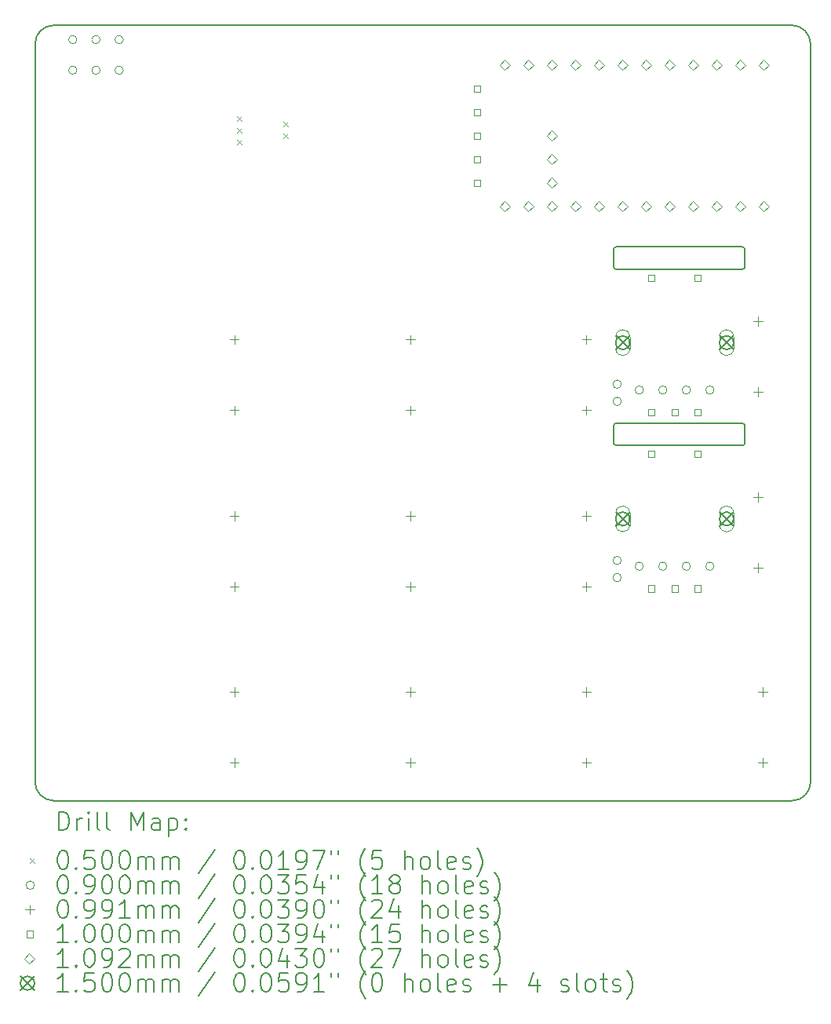
<source format=gbr>
%TF.GenerationSoftware,KiCad,Pcbnew,8.0.4*%
%TF.CreationDate,2024-09-01T19:47:05+02:00*%
%TF.ProjectId,bombopad,626f6d62-6f70-4616-942e-6b696361645f,v1.0.0*%
%TF.SameCoordinates,Original*%
%TF.FileFunction,Drillmap*%
%TF.FilePolarity,Positive*%
%FSLAX45Y45*%
G04 Gerber Fmt 4.5, Leading zero omitted, Abs format (unit mm)*
G04 Created by KiCad (PCBNEW 8.0.4) date 2024-09-01 19:47:05*
%MOMM*%
%LPD*%
G01*
G04 APERTURE LIST*
%ADD10C,0.150000*%
%ADD11C,0.200000*%
%ADD12C,0.100000*%
%ADD13C,0.109220*%
G04 APERTURE END LIST*
D10*
X10079500Y-1624200D02*
X2112800Y-1624200D01*
X10279500Y-9784200D02*
X10279500Y-1824200D01*
X10279500Y-9784200D02*
G75*
G02*
X10079500Y-9984200I-200000J0D01*
G01*
X10079500Y-1624200D02*
G75*
G02*
X10279500Y-1824200I0J-200000D01*
G01*
X2112800Y-9984200D02*
G75*
G02*
X1912800Y-9784200I0J200000D01*
G01*
X1912800Y-1824200D02*
X1912800Y-9784200D01*
X1912800Y-1824200D02*
G75*
G02*
X2112800Y-1624200I200000J0D01*
G01*
X2112800Y-9984200D02*
X10079500Y-9984200D01*
X8152800Y-4044200D02*
X8152800Y-4224200D01*
X8182800Y-4254200D02*
X9542800Y-4254200D01*
X9542800Y-4014200D02*
X8182800Y-4014200D01*
X9572800Y-4224200D02*
X9572800Y-4044200D01*
X8152800Y-4044200D02*
G75*
G02*
X8182800Y-4014200I30000J0D01*
G01*
X8182800Y-4254200D02*
G75*
G02*
X8152800Y-4224200I0J30000D01*
G01*
X9542800Y-4014200D02*
G75*
G02*
X9572800Y-4044200I0J-30000D01*
G01*
X9572800Y-4224200D02*
G75*
G02*
X9542800Y-4254200I-30000J0D01*
G01*
X8152800Y-5944200D02*
X8152800Y-6124200D01*
X8182800Y-6154200D02*
X9542800Y-6154200D01*
X9542800Y-5914200D02*
X8182800Y-5914200D01*
X9572800Y-6124200D02*
X9572800Y-5944200D01*
X8152800Y-5944200D02*
G75*
G02*
X8182800Y-5914200I30000J0D01*
G01*
X8182800Y-6154200D02*
G75*
G02*
X8152800Y-6124200I0J30000D01*
G01*
X9542800Y-5914200D02*
G75*
G02*
X9572800Y-5944200I0J-30000D01*
G01*
X9572800Y-6124200D02*
G75*
G02*
X9542800Y-6154200I-30000J0D01*
G01*
D11*
D12*
X4087800Y-2605900D02*
X4137800Y-2655900D01*
X4137800Y-2605900D02*
X4087800Y-2655900D01*
X4087800Y-2730900D02*
X4137800Y-2780900D01*
X4137800Y-2730900D02*
X4087800Y-2780900D01*
X4087800Y-2855900D02*
X4137800Y-2905900D01*
X4137800Y-2855900D02*
X4087800Y-2905900D01*
X4587800Y-2664200D02*
X4637800Y-2714200D01*
X4637800Y-2664200D02*
X4587800Y-2714200D01*
X4587800Y-2789200D02*
X4637800Y-2839200D01*
X4637800Y-2789200D02*
X4587800Y-2839200D01*
X2364400Y-1778000D02*
G75*
G02*
X2274400Y-1778000I-45000J0D01*
G01*
X2274400Y-1778000D02*
G75*
G02*
X2364400Y-1778000I45000J0D01*
G01*
X2364400Y-2108000D02*
G75*
G02*
X2274400Y-2108000I-45000J0D01*
G01*
X2274400Y-2108000D02*
G75*
G02*
X2364400Y-2108000I45000J0D01*
G01*
X2614400Y-1778000D02*
G75*
G02*
X2524400Y-1778000I-45000J0D01*
G01*
X2524400Y-1778000D02*
G75*
G02*
X2614400Y-1778000I45000J0D01*
G01*
X2614400Y-2108000D02*
G75*
G02*
X2524400Y-2108000I-45000J0D01*
G01*
X2524400Y-2108000D02*
G75*
G02*
X2614400Y-2108000I45000J0D01*
G01*
X2864400Y-1778000D02*
G75*
G02*
X2774400Y-1778000I-45000J0D01*
G01*
X2774400Y-1778000D02*
G75*
G02*
X2864400Y-1778000I45000J0D01*
G01*
X2864400Y-2108000D02*
G75*
G02*
X2774400Y-2108000I-45000J0D01*
G01*
X2774400Y-2108000D02*
G75*
G02*
X2864400Y-2108000I45000J0D01*
G01*
X8237800Y-5494200D02*
G75*
G02*
X8147800Y-5494200I-45000J0D01*
G01*
X8147800Y-5494200D02*
G75*
G02*
X8237800Y-5494200I45000J0D01*
G01*
X8237800Y-5679200D02*
G75*
G02*
X8147800Y-5679200I-45000J0D01*
G01*
X8147800Y-5679200D02*
G75*
G02*
X8237800Y-5679200I45000J0D01*
G01*
X8237800Y-7394200D02*
G75*
G02*
X8147800Y-7394200I-45000J0D01*
G01*
X8147800Y-7394200D02*
G75*
G02*
X8237800Y-7394200I45000J0D01*
G01*
X8237800Y-7579200D02*
G75*
G02*
X8147800Y-7579200I-45000J0D01*
G01*
X8147800Y-7579200D02*
G75*
G02*
X8237800Y-7579200I45000J0D01*
G01*
X8476800Y-5556700D02*
G75*
G02*
X8386800Y-5556700I-45000J0D01*
G01*
X8386800Y-5556700D02*
G75*
G02*
X8476800Y-5556700I45000J0D01*
G01*
X8476800Y-7456700D02*
G75*
G02*
X8386800Y-7456700I-45000J0D01*
G01*
X8386800Y-7456700D02*
G75*
G02*
X8476800Y-7456700I45000J0D01*
G01*
X8730800Y-5556700D02*
G75*
G02*
X8640800Y-5556700I-45000J0D01*
G01*
X8640800Y-5556700D02*
G75*
G02*
X8730800Y-5556700I45000J0D01*
G01*
X8730800Y-7456700D02*
G75*
G02*
X8640800Y-7456700I-45000J0D01*
G01*
X8640800Y-7456700D02*
G75*
G02*
X8730800Y-7456700I45000J0D01*
G01*
X8984800Y-5556700D02*
G75*
G02*
X8894800Y-5556700I-45000J0D01*
G01*
X8894800Y-5556700D02*
G75*
G02*
X8984800Y-5556700I45000J0D01*
G01*
X8984800Y-7456700D02*
G75*
G02*
X8894800Y-7456700I-45000J0D01*
G01*
X8894800Y-7456700D02*
G75*
G02*
X8984800Y-7456700I45000J0D01*
G01*
X9238800Y-5556700D02*
G75*
G02*
X9148800Y-5556700I-45000J0D01*
G01*
X9148800Y-5556700D02*
G75*
G02*
X9238800Y-5556700I45000J0D01*
G01*
X9238800Y-7456700D02*
G75*
G02*
X9148800Y-7456700I-45000J0D01*
G01*
X9148800Y-7456700D02*
G75*
G02*
X9238800Y-7456700I45000J0D01*
G01*
X4062800Y-4963670D02*
X4062800Y-5062730D01*
X4013270Y-5013200D02*
X4112330Y-5013200D01*
X4062800Y-5725670D02*
X4062800Y-5824730D01*
X4013270Y-5775200D02*
X4112330Y-5775200D01*
X4062800Y-6863670D02*
X4062800Y-6962730D01*
X4013270Y-6913200D02*
X4112330Y-6913200D01*
X4062800Y-7625670D02*
X4062800Y-7724730D01*
X4013270Y-7675200D02*
X4112330Y-7675200D01*
X4062800Y-8763670D02*
X4062800Y-8862730D01*
X4013270Y-8813200D02*
X4112330Y-8813200D01*
X4062800Y-9525670D02*
X4062800Y-9624730D01*
X4013270Y-9575200D02*
X4112330Y-9575200D01*
X5962800Y-4963670D02*
X5962800Y-5062730D01*
X5913270Y-5013200D02*
X6012330Y-5013200D01*
X5962800Y-5725670D02*
X5962800Y-5824730D01*
X5913270Y-5775200D02*
X6012330Y-5775200D01*
X5962800Y-6863670D02*
X5962800Y-6962730D01*
X5913270Y-6913200D02*
X6012330Y-6913200D01*
X5962800Y-7625670D02*
X5962800Y-7724730D01*
X5913270Y-7675200D02*
X6012330Y-7675200D01*
X5962800Y-8763670D02*
X5962800Y-8862730D01*
X5913270Y-8813200D02*
X6012330Y-8813200D01*
X5962800Y-9525670D02*
X5962800Y-9624730D01*
X5913270Y-9575200D02*
X6012330Y-9575200D01*
X7862800Y-4963670D02*
X7862800Y-5062730D01*
X7813270Y-5013200D02*
X7912330Y-5013200D01*
X7862800Y-5725670D02*
X7862800Y-5824730D01*
X7813270Y-5775200D02*
X7912330Y-5775200D01*
X7862800Y-6863670D02*
X7862800Y-6962730D01*
X7813270Y-6913200D02*
X7912330Y-6913200D01*
X7862800Y-7625670D02*
X7862800Y-7724730D01*
X7813270Y-7675200D02*
X7912330Y-7675200D01*
X7862800Y-8763670D02*
X7862800Y-8862730D01*
X7813270Y-8813200D02*
X7912330Y-8813200D01*
X7862800Y-9525670D02*
X7862800Y-9624730D01*
X7813270Y-9575200D02*
X7912330Y-9575200D01*
X9715500Y-4763670D02*
X9715500Y-4862730D01*
X9665970Y-4813200D02*
X9765030Y-4813200D01*
X9715500Y-5525670D02*
X9715500Y-5624730D01*
X9665970Y-5575200D02*
X9765030Y-5575200D01*
X9715500Y-6663670D02*
X9715500Y-6762730D01*
X9665970Y-6713200D02*
X9765030Y-6713200D01*
X9715500Y-7425670D02*
X9715500Y-7524730D01*
X9665970Y-7475200D02*
X9765030Y-7475200D01*
X9762800Y-8763670D02*
X9762800Y-8862730D01*
X9713270Y-8813200D02*
X9812330Y-8813200D01*
X9762800Y-9525670D02*
X9762800Y-9624730D01*
X9713270Y-9575200D02*
X9812330Y-9575200D01*
X6714856Y-2341556D02*
X6714856Y-2270844D01*
X6644144Y-2270844D01*
X6644144Y-2341556D01*
X6714856Y-2341556D01*
X6714856Y-2595556D02*
X6714856Y-2524844D01*
X6644144Y-2524844D01*
X6644144Y-2595556D01*
X6714856Y-2595556D01*
X6714856Y-2849556D02*
X6714856Y-2778844D01*
X6644144Y-2778844D01*
X6644144Y-2849556D01*
X6714856Y-2849556D01*
X6714856Y-3103556D02*
X6714856Y-3032844D01*
X6644144Y-3032844D01*
X6644144Y-3103556D01*
X6714856Y-3103556D01*
X6714856Y-3357556D02*
X6714856Y-3286844D01*
X6644144Y-3286844D01*
X6644144Y-3357556D01*
X6714856Y-3357556D01*
X8599156Y-4381556D02*
X8599156Y-4310844D01*
X8528444Y-4310844D01*
X8528444Y-4381556D01*
X8599156Y-4381556D01*
X8599156Y-5831556D02*
X8599156Y-5760844D01*
X8528444Y-5760844D01*
X8528444Y-5831556D01*
X8599156Y-5831556D01*
X8599156Y-6281556D02*
X8599156Y-6210844D01*
X8528444Y-6210844D01*
X8528444Y-6281556D01*
X8599156Y-6281556D01*
X8599156Y-7731556D02*
X8599156Y-7660844D01*
X8528444Y-7660844D01*
X8528444Y-7731556D01*
X8599156Y-7731556D01*
X8849156Y-5831556D02*
X8849156Y-5760844D01*
X8778444Y-5760844D01*
X8778444Y-5831556D01*
X8849156Y-5831556D01*
X8849156Y-7731556D02*
X8849156Y-7660844D01*
X8778444Y-7660844D01*
X8778444Y-7731556D01*
X8849156Y-7731556D01*
X9099156Y-4381556D02*
X9099156Y-4310844D01*
X9028444Y-4310844D01*
X9028444Y-4381556D01*
X9099156Y-4381556D01*
X9099156Y-5831556D02*
X9099156Y-5760844D01*
X9028444Y-5760844D01*
X9028444Y-5831556D01*
X9099156Y-5831556D01*
X9099156Y-6281556D02*
X9099156Y-6210844D01*
X9028444Y-6210844D01*
X9028444Y-6281556D01*
X9099156Y-6281556D01*
X9099156Y-7731556D02*
X9099156Y-7660844D01*
X9028444Y-7660844D01*
X9028444Y-7731556D01*
X9099156Y-7731556D01*
D13*
X6982500Y-2106810D02*
X7037110Y-2052200D01*
X6982500Y-1997590D01*
X6927890Y-2052200D01*
X6982500Y-2106810D01*
X6982500Y-3630810D02*
X7037110Y-3576200D01*
X6982500Y-3521590D01*
X6927890Y-3576200D01*
X6982500Y-3630810D01*
X7236500Y-2106810D02*
X7291110Y-2052200D01*
X7236500Y-1997590D01*
X7181890Y-2052200D01*
X7236500Y-2106810D01*
X7236500Y-3630810D02*
X7291110Y-3576200D01*
X7236500Y-3521590D01*
X7181890Y-3576200D01*
X7236500Y-3630810D01*
X7490500Y-2106810D02*
X7545110Y-2052200D01*
X7490500Y-1997590D01*
X7435890Y-2052200D01*
X7490500Y-2106810D01*
X7490500Y-2868810D02*
X7545110Y-2814200D01*
X7490500Y-2759590D01*
X7435890Y-2814200D01*
X7490500Y-2868810D01*
X7490500Y-3122810D02*
X7545110Y-3068200D01*
X7490500Y-3013590D01*
X7435890Y-3068200D01*
X7490500Y-3122810D01*
X7490500Y-3376810D02*
X7545110Y-3322200D01*
X7490500Y-3267590D01*
X7435890Y-3322200D01*
X7490500Y-3376810D01*
X7490500Y-3630810D02*
X7545110Y-3576200D01*
X7490500Y-3521590D01*
X7435890Y-3576200D01*
X7490500Y-3630810D01*
X7744500Y-2106810D02*
X7799110Y-2052200D01*
X7744500Y-1997590D01*
X7689890Y-2052200D01*
X7744500Y-2106810D01*
X7744500Y-3630810D02*
X7799110Y-3576200D01*
X7744500Y-3521590D01*
X7689890Y-3576200D01*
X7744500Y-3630810D01*
X7998500Y-2106810D02*
X8053110Y-2052200D01*
X7998500Y-1997590D01*
X7943890Y-2052200D01*
X7998500Y-2106810D01*
X7998500Y-3630810D02*
X8053110Y-3576200D01*
X7998500Y-3521590D01*
X7943890Y-3576200D01*
X7998500Y-3630810D01*
X8252500Y-2106810D02*
X8307110Y-2052200D01*
X8252500Y-1997590D01*
X8197890Y-2052200D01*
X8252500Y-2106810D01*
X8252500Y-3630810D02*
X8307110Y-3576200D01*
X8252500Y-3521590D01*
X8197890Y-3576200D01*
X8252500Y-3630810D01*
X8506500Y-2106810D02*
X8561110Y-2052200D01*
X8506500Y-1997590D01*
X8451890Y-2052200D01*
X8506500Y-2106810D01*
X8506500Y-3630810D02*
X8561110Y-3576200D01*
X8506500Y-3521590D01*
X8451890Y-3576200D01*
X8506500Y-3630810D01*
X8760500Y-2106810D02*
X8815110Y-2052200D01*
X8760500Y-1997590D01*
X8705890Y-2052200D01*
X8760500Y-2106810D01*
X8760500Y-3630810D02*
X8815110Y-3576200D01*
X8760500Y-3521590D01*
X8705890Y-3576200D01*
X8760500Y-3630810D01*
X9014500Y-2106810D02*
X9069110Y-2052200D01*
X9014500Y-1997590D01*
X8959890Y-2052200D01*
X9014500Y-2106810D01*
X9014500Y-3630810D02*
X9069110Y-3576200D01*
X9014500Y-3521590D01*
X8959890Y-3576200D01*
X9014500Y-3630810D01*
X9268500Y-2106810D02*
X9323110Y-2052200D01*
X9268500Y-1997590D01*
X9213890Y-2052200D01*
X9268500Y-2106810D01*
X9268500Y-3630810D02*
X9323110Y-3576200D01*
X9268500Y-3521590D01*
X9213890Y-3576200D01*
X9268500Y-3630810D01*
X9522500Y-2106810D02*
X9577110Y-2052200D01*
X9522500Y-1997590D01*
X9467890Y-2052200D01*
X9522500Y-2106810D01*
X9522500Y-3630810D02*
X9577110Y-3576200D01*
X9522500Y-3521590D01*
X9467890Y-3576200D01*
X9522500Y-3630810D01*
X9776500Y-2106810D02*
X9831110Y-2052200D01*
X9776500Y-1997590D01*
X9721890Y-2052200D01*
X9776500Y-2106810D01*
X9776500Y-3630810D02*
X9831110Y-3576200D01*
X9776500Y-3521590D01*
X9721890Y-3576200D01*
X9776500Y-3630810D01*
D10*
X8178800Y-4971200D02*
X8328800Y-5121200D01*
X8328800Y-4971200D02*
X8178800Y-5121200D01*
X8328800Y-5046200D02*
G75*
G02*
X8178800Y-5046200I-75000J0D01*
G01*
X8178800Y-5046200D02*
G75*
G02*
X8328800Y-5046200I75000J0D01*
G01*
D12*
X8328800Y-5111200D02*
X8328800Y-4981200D01*
X8178800Y-4981200D02*
G75*
G02*
X8328800Y-4981200I75000J0D01*
G01*
X8178800Y-4981200D02*
X8178800Y-5111200D01*
X8178800Y-5111200D02*
G75*
G03*
X8328800Y-5111200I75000J0D01*
G01*
D10*
X8178800Y-6871200D02*
X8328800Y-7021200D01*
X8328800Y-6871200D02*
X8178800Y-7021200D01*
X8328800Y-6946200D02*
G75*
G02*
X8178800Y-6946200I-75000J0D01*
G01*
X8178800Y-6946200D02*
G75*
G02*
X8328800Y-6946200I75000J0D01*
G01*
D12*
X8328800Y-7011200D02*
X8328800Y-6881200D01*
X8178800Y-6881200D02*
G75*
G02*
X8328800Y-6881200I75000J0D01*
G01*
X8178800Y-6881200D02*
X8178800Y-7011200D01*
X8178800Y-7011200D02*
G75*
G03*
X8328800Y-7011200I75000J0D01*
G01*
D10*
X9298800Y-4971200D02*
X9448800Y-5121200D01*
X9448800Y-4971200D02*
X9298800Y-5121200D01*
X9448800Y-5046200D02*
G75*
G02*
X9298800Y-5046200I-75000J0D01*
G01*
X9298800Y-5046200D02*
G75*
G02*
X9448800Y-5046200I75000J0D01*
G01*
D12*
X9448800Y-5111200D02*
X9448800Y-4981200D01*
X9298800Y-4981200D02*
G75*
G02*
X9448800Y-4981200I75000J0D01*
G01*
X9298800Y-4981200D02*
X9298800Y-5111200D01*
X9298800Y-5111200D02*
G75*
G03*
X9448800Y-5111200I75000J0D01*
G01*
D10*
X9298800Y-6871200D02*
X9448800Y-7021200D01*
X9448800Y-6871200D02*
X9298800Y-7021200D01*
X9448800Y-6946200D02*
G75*
G02*
X9298800Y-6946200I-75000J0D01*
G01*
X9298800Y-6946200D02*
G75*
G02*
X9448800Y-6946200I75000J0D01*
G01*
D12*
X9448800Y-7011200D02*
X9448800Y-6881200D01*
X9298800Y-6881200D02*
G75*
G02*
X9448800Y-6881200I75000J0D01*
G01*
X9298800Y-6881200D02*
X9298800Y-7011200D01*
X9298800Y-7011200D02*
G75*
G03*
X9448800Y-7011200I75000J0D01*
G01*
D11*
X2166077Y-10303184D02*
X2166077Y-10103184D01*
X2166077Y-10103184D02*
X2213696Y-10103184D01*
X2213696Y-10103184D02*
X2242267Y-10112708D01*
X2242267Y-10112708D02*
X2261315Y-10131755D01*
X2261315Y-10131755D02*
X2270839Y-10150803D01*
X2270839Y-10150803D02*
X2280363Y-10188898D01*
X2280363Y-10188898D02*
X2280363Y-10217470D01*
X2280363Y-10217470D02*
X2270839Y-10255565D01*
X2270839Y-10255565D02*
X2261315Y-10274612D01*
X2261315Y-10274612D02*
X2242267Y-10293660D01*
X2242267Y-10293660D02*
X2213696Y-10303184D01*
X2213696Y-10303184D02*
X2166077Y-10303184D01*
X2366077Y-10303184D02*
X2366077Y-10169850D01*
X2366077Y-10207946D02*
X2375601Y-10188898D01*
X2375601Y-10188898D02*
X2385124Y-10179374D01*
X2385124Y-10179374D02*
X2404172Y-10169850D01*
X2404172Y-10169850D02*
X2423220Y-10169850D01*
X2489886Y-10303184D02*
X2489886Y-10169850D01*
X2489886Y-10103184D02*
X2480363Y-10112708D01*
X2480363Y-10112708D02*
X2489886Y-10122231D01*
X2489886Y-10122231D02*
X2499410Y-10112708D01*
X2499410Y-10112708D02*
X2489886Y-10103184D01*
X2489886Y-10103184D02*
X2489886Y-10122231D01*
X2613696Y-10303184D02*
X2594648Y-10293660D01*
X2594648Y-10293660D02*
X2585124Y-10274612D01*
X2585124Y-10274612D02*
X2585124Y-10103184D01*
X2718458Y-10303184D02*
X2699410Y-10293660D01*
X2699410Y-10293660D02*
X2689886Y-10274612D01*
X2689886Y-10274612D02*
X2689886Y-10103184D01*
X2947029Y-10303184D02*
X2947029Y-10103184D01*
X2947029Y-10103184D02*
X3013696Y-10246041D01*
X3013696Y-10246041D02*
X3080362Y-10103184D01*
X3080362Y-10103184D02*
X3080362Y-10303184D01*
X3261315Y-10303184D02*
X3261315Y-10198422D01*
X3261315Y-10198422D02*
X3251791Y-10179374D01*
X3251791Y-10179374D02*
X3232743Y-10169850D01*
X3232743Y-10169850D02*
X3194648Y-10169850D01*
X3194648Y-10169850D02*
X3175601Y-10179374D01*
X3261315Y-10293660D02*
X3242267Y-10303184D01*
X3242267Y-10303184D02*
X3194648Y-10303184D01*
X3194648Y-10303184D02*
X3175601Y-10293660D01*
X3175601Y-10293660D02*
X3166077Y-10274612D01*
X3166077Y-10274612D02*
X3166077Y-10255565D01*
X3166077Y-10255565D02*
X3175601Y-10236517D01*
X3175601Y-10236517D02*
X3194648Y-10226993D01*
X3194648Y-10226993D02*
X3242267Y-10226993D01*
X3242267Y-10226993D02*
X3261315Y-10217470D01*
X3356553Y-10169850D02*
X3356553Y-10369850D01*
X3356553Y-10179374D02*
X3375601Y-10169850D01*
X3375601Y-10169850D02*
X3413696Y-10169850D01*
X3413696Y-10169850D02*
X3432743Y-10179374D01*
X3432743Y-10179374D02*
X3442267Y-10188898D01*
X3442267Y-10188898D02*
X3451791Y-10207946D01*
X3451791Y-10207946D02*
X3451791Y-10265089D01*
X3451791Y-10265089D02*
X3442267Y-10284136D01*
X3442267Y-10284136D02*
X3432743Y-10293660D01*
X3432743Y-10293660D02*
X3413696Y-10303184D01*
X3413696Y-10303184D02*
X3375601Y-10303184D01*
X3375601Y-10303184D02*
X3356553Y-10293660D01*
X3537505Y-10284136D02*
X3547029Y-10293660D01*
X3547029Y-10293660D02*
X3537505Y-10303184D01*
X3537505Y-10303184D02*
X3527982Y-10293660D01*
X3527982Y-10293660D02*
X3537505Y-10284136D01*
X3537505Y-10284136D02*
X3537505Y-10303184D01*
X3537505Y-10179374D02*
X3547029Y-10188898D01*
X3547029Y-10188898D02*
X3537505Y-10198422D01*
X3537505Y-10198422D02*
X3527982Y-10188898D01*
X3527982Y-10188898D02*
X3537505Y-10179374D01*
X3537505Y-10179374D02*
X3537505Y-10198422D01*
D12*
X1855300Y-10606700D02*
X1905300Y-10656700D01*
X1905300Y-10606700D02*
X1855300Y-10656700D01*
D11*
X2204172Y-10523184D02*
X2223220Y-10523184D01*
X2223220Y-10523184D02*
X2242267Y-10532708D01*
X2242267Y-10532708D02*
X2251791Y-10542231D01*
X2251791Y-10542231D02*
X2261315Y-10561279D01*
X2261315Y-10561279D02*
X2270839Y-10599374D01*
X2270839Y-10599374D02*
X2270839Y-10646993D01*
X2270839Y-10646993D02*
X2261315Y-10685089D01*
X2261315Y-10685089D02*
X2251791Y-10704136D01*
X2251791Y-10704136D02*
X2242267Y-10713660D01*
X2242267Y-10713660D02*
X2223220Y-10723184D01*
X2223220Y-10723184D02*
X2204172Y-10723184D01*
X2204172Y-10723184D02*
X2185124Y-10713660D01*
X2185124Y-10713660D02*
X2175601Y-10704136D01*
X2175601Y-10704136D02*
X2166077Y-10685089D01*
X2166077Y-10685089D02*
X2156553Y-10646993D01*
X2156553Y-10646993D02*
X2156553Y-10599374D01*
X2156553Y-10599374D02*
X2166077Y-10561279D01*
X2166077Y-10561279D02*
X2175601Y-10542231D01*
X2175601Y-10542231D02*
X2185124Y-10532708D01*
X2185124Y-10532708D02*
X2204172Y-10523184D01*
X2356553Y-10704136D02*
X2366077Y-10713660D01*
X2366077Y-10713660D02*
X2356553Y-10723184D01*
X2356553Y-10723184D02*
X2347029Y-10713660D01*
X2347029Y-10713660D02*
X2356553Y-10704136D01*
X2356553Y-10704136D02*
X2356553Y-10723184D01*
X2547029Y-10523184D02*
X2451791Y-10523184D01*
X2451791Y-10523184D02*
X2442267Y-10618422D01*
X2442267Y-10618422D02*
X2451791Y-10608898D01*
X2451791Y-10608898D02*
X2470839Y-10599374D01*
X2470839Y-10599374D02*
X2518458Y-10599374D01*
X2518458Y-10599374D02*
X2537505Y-10608898D01*
X2537505Y-10608898D02*
X2547029Y-10618422D01*
X2547029Y-10618422D02*
X2556553Y-10637470D01*
X2556553Y-10637470D02*
X2556553Y-10685089D01*
X2556553Y-10685089D02*
X2547029Y-10704136D01*
X2547029Y-10704136D02*
X2537505Y-10713660D01*
X2537505Y-10713660D02*
X2518458Y-10723184D01*
X2518458Y-10723184D02*
X2470839Y-10723184D01*
X2470839Y-10723184D02*
X2451791Y-10713660D01*
X2451791Y-10713660D02*
X2442267Y-10704136D01*
X2680363Y-10523184D02*
X2699410Y-10523184D01*
X2699410Y-10523184D02*
X2718458Y-10532708D01*
X2718458Y-10532708D02*
X2727982Y-10542231D01*
X2727982Y-10542231D02*
X2737505Y-10561279D01*
X2737505Y-10561279D02*
X2747029Y-10599374D01*
X2747029Y-10599374D02*
X2747029Y-10646993D01*
X2747029Y-10646993D02*
X2737505Y-10685089D01*
X2737505Y-10685089D02*
X2727982Y-10704136D01*
X2727982Y-10704136D02*
X2718458Y-10713660D01*
X2718458Y-10713660D02*
X2699410Y-10723184D01*
X2699410Y-10723184D02*
X2680363Y-10723184D01*
X2680363Y-10723184D02*
X2661315Y-10713660D01*
X2661315Y-10713660D02*
X2651791Y-10704136D01*
X2651791Y-10704136D02*
X2642267Y-10685089D01*
X2642267Y-10685089D02*
X2632744Y-10646993D01*
X2632744Y-10646993D02*
X2632744Y-10599374D01*
X2632744Y-10599374D02*
X2642267Y-10561279D01*
X2642267Y-10561279D02*
X2651791Y-10542231D01*
X2651791Y-10542231D02*
X2661315Y-10532708D01*
X2661315Y-10532708D02*
X2680363Y-10523184D01*
X2870839Y-10523184D02*
X2889886Y-10523184D01*
X2889886Y-10523184D02*
X2908934Y-10532708D01*
X2908934Y-10532708D02*
X2918458Y-10542231D01*
X2918458Y-10542231D02*
X2927982Y-10561279D01*
X2927982Y-10561279D02*
X2937505Y-10599374D01*
X2937505Y-10599374D02*
X2937505Y-10646993D01*
X2937505Y-10646993D02*
X2927982Y-10685089D01*
X2927982Y-10685089D02*
X2918458Y-10704136D01*
X2918458Y-10704136D02*
X2908934Y-10713660D01*
X2908934Y-10713660D02*
X2889886Y-10723184D01*
X2889886Y-10723184D02*
X2870839Y-10723184D01*
X2870839Y-10723184D02*
X2851791Y-10713660D01*
X2851791Y-10713660D02*
X2842267Y-10704136D01*
X2842267Y-10704136D02*
X2832743Y-10685089D01*
X2832743Y-10685089D02*
X2823220Y-10646993D01*
X2823220Y-10646993D02*
X2823220Y-10599374D01*
X2823220Y-10599374D02*
X2832743Y-10561279D01*
X2832743Y-10561279D02*
X2842267Y-10542231D01*
X2842267Y-10542231D02*
X2851791Y-10532708D01*
X2851791Y-10532708D02*
X2870839Y-10523184D01*
X3023220Y-10723184D02*
X3023220Y-10589850D01*
X3023220Y-10608898D02*
X3032743Y-10599374D01*
X3032743Y-10599374D02*
X3051791Y-10589850D01*
X3051791Y-10589850D02*
X3080363Y-10589850D01*
X3080363Y-10589850D02*
X3099410Y-10599374D01*
X3099410Y-10599374D02*
X3108934Y-10618422D01*
X3108934Y-10618422D02*
X3108934Y-10723184D01*
X3108934Y-10618422D02*
X3118458Y-10599374D01*
X3118458Y-10599374D02*
X3137505Y-10589850D01*
X3137505Y-10589850D02*
X3166077Y-10589850D01*
X3166077Y-10589850D02*
X3185124Y-10599374D01*
X3185124Y-10599374D02*
X3194648Y-10618422D01*
X3194648Y-10618422D02*
X3194648Y-10723184D01*
X3289886Y-10723184D02*
X3289886Y-10589850D01*
X3289886Y-10608898D02*
X3299410Y-10599374D01*
X3299410Y-10599374D02*
X3318458Y-10589850D01*
X3318458Y-10589850D02*
X3347029Y-10589850D01*
X3347029Y-10589850D02*
X3366077Y-10599374D01*
X3366077Y-10599374D02*
X3375601Y-10618422D01*
X3375601Y-10618422D02*
X3375601Y-10723184D01*
X3375601Y-10618422D02*
X3385124Y-10599374D01*
X3385124Y-10599374D02*
X3404172Y-10589850D01*
X3404172Y-10589850D02*
X3432743Y-10589850D01*
X3432743Y-10589850D02*
X3451791Y-10599374D01*
X3451791Y-10599374D02*
X3461315Y-10618422D01*
X3461315Y-10618422D02*
X3461315Y-10723184D01*
X3851791Y-10513660D02*
X3680363Y-10770803D01*
X4108934Y-10523184D02*
X4127982Y-10523184D01*
X4127982Y-10523184D02*
X4147029Y-10532708D01*
X4147029Y-10532708D02*
X4156553Y-10542231D01*
X4156553Y-10542231D02*
X4166077Y-10561279D01*
X4166077Y-10561279D02*
X4175601Y-10599374D01*
X4175601Y-10599374D02*
X4175601Y-10646993D01*
X4175601Y-10646993D02*
X4166077Y-10685089D01*
X4166077Y-10685089D02*
X4156553Y-10704136D01*
X4156553Y-10704136D02*
X4147029Y-10713660D01*
X4147029Y-10713660D02*
X4127982Y-10723184D01*
X4127982Y-10723184D02*
X4108934Y-10723184D01*
X4108934Y-10723184D02*
X4089886Y-10713660D01*
X4089886Y-10713660D02*
X4080363Y-10704136D01*
X4080363Y-10704136D02*
X4070839Y-10685089D01*
X4070839Y-10685089D02*
X4061315Y-10646993D01*
X4061315Y-10646993D02*
X4061315Y-10599374D01*
X4061315Y-10599374D02*
X4070839Y-10561279D01*
X4070839Y-10561279D02*
X4080363Y-10542231D01*
X4080363Y-10542231D02*
X4089886Y-10532708D01*
X4089886Y-10532708D02*
X4108934Y-10523184D01*
X4261315Y-10704136D02*
X4270839Y-10713660D01*
X4270839Y-10713660D02*
X4261315Y-10723184D01*
X4261315Y-10723184D02*
X4251791Y-10713660D01*
X4251791Y-10713660D02*
X4261315Y-10704136D01*
X4261315Y-10704136D02*
X4261315Y-10723184D01*
X4394648Y-10523184D02*
X4413696Y-10523184D01*
X4413696Y-10523184D02*
X4432744Y-10532708D01*
X4432744Y-10532708D02*
X4442268Y-10542231D01*
X4442268Y-10542231D02*
X4451791Y-10561279D01*
X4451791Y-10561279D02*
X4461315Y-10599374D01*
X4461315Y-10599374D02*
X4461315Y-10646993D01*
X4461315Y-10646993D02*
X4451791Y-10685089D01*
X4451791Y-10685089D02*
X4442268Y-10704136D01*
X4442268Y-10704136D02*
X4432744Y-10713660D01*
X4432744Y-10713660D02*
X4413696Y-10723184D01*
X4413696Y-10723184D02*
X4394648Y-10723184D01*
X4394648Y-10723184D02*
X4375601Y-10713660D01*
X4375601Y-10713660D02*
X4366077Y-10704136D01*
X4366077Y-10704136D02*
X4356553Y-10685089D01*
X4356553Y-10685089D02*
X4347029Y-10646993D01*
X4347029Y-10646993D02*
X4347029Y-10599374D01*
X4347029Y-10599374D02*
X4356553Y-10561279D01*
X4356553Y-10561279D02*
X4366077Y-10542231D01*
X4366077Y-10542231D02*
X4375601Y-10532708D01*
X4375601Y-10532708D02*
X4394648Y-10523184D01*
X4651791Y-10723184D02*
X4537506Y-10723184D01*
X4594648Y-10723184D02*
X4594648Y-10523184D01*
X4594648Y-10523184D02*
X4575601Y-10551755D01*
X4575601Y-10551755D02*
X4556553Y-10570803D01*
X4556553Y-10570803D02*
X4537506Y-10580327D01*
X4747029Y-10723184D02*
X4785125Y-10723184D01*
X4785125Y-10723184D02*
X4804172Y-10713660D01*
X4804172Y-10713660D02*
X4813696Y-10704136D01*
X4813696Y-10704136D02*
X4832744Y-10675565D01*
X4832744Y-10675565D02*
X4842268Y-10637470D01*
X4842268Y-10637470D02*
X4842268Y-10561279D01*
X4842268Y-10561279D02*
X4832744Y-10542231D01*
X4832744Y-10542231D02*
X4823220Y-10532708D01*
X4823220Y-10532708D02*
X4804172Y-10523184D01*
X4804172Y-10523184D02*
X4766077Y-10523184D01*
X4766077Y-10523184D02*
X4747029Y-10532708D01*
X4747029Y-10532708D02*
X4737506Y-10542231D01*
X4737506Y-10542231D02*
X4727982Y-10561279D01*
X4727982Y-10561279D02*
X4727982Y-10608898D01*
X4727982Y-10608898D02*
X4737506Y-10627946D01*
X4737506Y-10627946D02*
X4747029Y-10637470D01*
X4747029Y-10637470D02*
X4766077Y-10646993D01*
X4766077Y-10646993D02*
X4804172Y-10646993D01*
X4804172Y-10646993D02*
X4823220Y-10637470D01*
X4823220Y-10637470D02*
X4832744Y-10627946D01*
X4832744Y-10627946D02*
X4842268Y-10608898D01*
X4908934Y-10523184D02*
X5042268Y-10523184D01*
X5042268Y-10523184D02*
X4956553Y-10723184D01*
X5108934Y-10523184D02*
X5108934Y-10561279D01*
X5185125Y-10523184D02*
X5185125Y-10561279D01*
X5480363Y-10799374D02*
X5470839Y-10789850D01*
X5470839Y-10789850D02*
X5451791Y-10761279D01*
X5451791Y-10761279D02*
X5442268Y-10742231D01*
X5442268Y-10742231D02*
X5432744Y-10713660D01*
X5432744Y-10713660D02*
X5423220Y-10666041D01*
X5423220Y-10666041D02*
X5423220Y-10627946D01*
X5423220Y-10627946D02*
X5432744Y-10580327D01*
X5432744Y-10580327D02*
X5442268Y-10551755D01*
X5442268Y-10551755D02*
X5451791Y-10532708D01*
X5451791Y-10532708D02*
X5470839Y-10504136D01*
X5470839Y-10504136D02*
X5480363Y-10494612D01*
X5651791Y-10523184D02*
X5556553Y-10523184D01*
X5556553Y-10523184D02*
X5547030Y-10618422D01*
X5547030Y-10618422D02*
X5556553Y-10608898D01*
X5556553Y-10608898D02*
X5575601Y-10599374D01*
X5575601Y-10599374D02*
X5623220Y-10599374D01*
X5623220Y-10599374D02*
X5642268Y-10608898D01*
X5642268Y-10608898D02*
X5651791Y-10618422D01*
X5651791Y-10618422D02*
X5661315Y-10637470D01*
X5661315Y-10637470D02*
X5661315Y-10685089D01*
X5661315Y-10685089D02*
X5651791Y-10704136D01*
X5651791Y-10704136D02*
X5642268Y-10713660D01*
X5642268Y-10713660D02*
X5623220Y-10723184D01*
X5623220Y-10723184D02*
X5575601Y-10723184D01*
X5575601Y-10723184D02*
X5556553Y-10713660D01*
X5556553Y-10713660D02*
X5547030Y-10704136D01*
X5899410Y-10723184D02*
X5899410Y-10523184D01*
X5985125Y-10723184D02*
X5985125Y-10618422D01*
X5985125Y-10618422D02*
X5975601Y-10599374D01*
X5975601Y-10599374D02*
X5956553Y-10589850D01*
X5956553Y-10589850D02*
X5927982Y-10589850D01*
X5927982Y-10589850D02*
X5908934Y-10599374D01*
X5908934Y-10599374D02*
X5899410Y-10608898D01*
X6108934Y-10723184D02*
X6089887Y-10713660D01*
X6089887Y-10713660D02*
X6080363Y-10704136D01*
X6080363Y-10704136D02*
X6070839Y-10685089D01*
X6070839Y-10685089D02*
X6070839Y-10627946D01*
X6070839Y-10627946D02*
X6080363Y-10608898D01*
X6080363Y-10608898D02*
X6089887Y-10599374D01*
X6089887Y-10599374D02*
X6108934Y-10589850D01*
X6108934Y-10589850D02*
X6137506Y-10589850D01*
X6137506Y-10589850D02*
X6156553Y-10599374D01*
X6156553Y-10599374D02*
X6166077Y-10608898D01*
X6166077Y-10608898D02*
X6175601Y-10627946D01*
X6175601Y-10627946D02*
X6175601Y-10685089D01*
X6175601Y-10685089D02*
X6166077Y-10704136D01*
X6166077Y-10704136D02*
X6156553Y-10713660D01*
X6156553Y-10713660D02*
X6137506Y-10723184D01*
X6137506Y-10723184D02*
X6108934Y-10723184D01*
X6289887Y-10723184D02*
X6270839Y-10713660D01*
X6270839Y-10713660D02*
X6261315Y-10694612D01*
X6261315Y-10694612D02*
X6261315Y-10523184D01*
X6442268Y-10713660D02*
X6423220Y-10723184D01*
X6423220Y-10723184D02*
X6385125Y-10723184D01*
X6385125Y-10723184D02*
X6366077Y-10713660D01*
X6366077Y-10713660D02*
X6356553Y-10694612D01*
X6356553Y-10694612D02*
X6356553Y-10618422D01*
X6356553Y-10618422D02*
X6366077Y-10599374D01*
X6366077Y-10599374D02*
X6385125Y-10589850D01*
X6385125Y-10589850D02*
X6423220Y-10589850D01*
X6423220Y-10589850D02*
X6442268Y-10599374D01*
X6442268Y-10599374D02*
X6451791Y-10618422D01*
X6451791Y-10618422D02*
X6451791Y-10637470D01*
X6451791Y-10637470D02*
X6356553Y-10656517D01*
X6527982Y-10713660D02*
X6547030Y-10723184D01*
X6547030Y-10723184D02*
X6585125Y-10723184D01*
X6585125Y-10723184D02*
X6604172Y-10713660D01*
X6604172Y-10713660D02*
X6613696Y-10694612D01*
X6613696Y-10694612D02*
X6613696Y-10685089D01*
X6613696Y-10685089D02*
X6604172Y-10666041D01*
X6604172Y-10666041D02*
X6585125Y-10656517D01*
X6585125Y-10656517D02*
X6556553Y-10656517D01*
X6556553Y-10656517D02*
X6537506Y-10646993D01*
X6537506Y-10646993D02*
X6527982Y-10627946D01*
X6527982Y-10627946D02*
X6527982Y-10618422D01*
X6527982Y-10618422D02*
X6537506Y-10599374D01*
X6537506Y-10599374D02*
X6556553Y-10589850D01*
X6556553Y-10589850D02*
X6585125Y-10589850D01*
X6585125Y-10589850D02*
X6604172Y-10599374D01*
X6680363Y-10799374D02*
X6689887Y-10789850D01*
X6689887Y-10789850D02*
X6708934Y-10761279D01*
X6708934Y-10761279D02*
X6718458Y-10742231D01*
X6718458Y-10742231D02*
X6727982Y-10713660D01*
X6727982Y-10713660D02*
X6737506Y-10666041D01*
X6737506Y-10666041D02*
X6737506Y-10627946D01*
X6737506Y-10627946D02*
X6727982Y-10580327D01*
X6727982Y-10580327D02*
X6718458Y-10551755D01*
X6718458Y-10551755D02*
X6708934Y-10532708D01*
X6708934Y-10532708D02*
X6689887Y-10504136D01*
X6689887Y-10504136D02*
X6680363Y-10494612D01*
D12*
X1905300Y-10895700D02*
G75*
G02*
X1815300Y-10895700I-45000J0D01*
G01*
X1815300Y-10895700D02*
G75*
G02*
X1905300Y-10895700I45000J0D01*
G01*
D11*
X2204172Y-10787184D02*
X2223220Y-10787184D01*
X2223220Y-10787184D02*
X2242267Y-10796708D01*
X2242267Y-10796708D02*
X2251791Y-10806231D01*
X2251791Y-10806231D02*
X2261315Y-10825279D01*
X2261315Y-10825279D02*
X2270839Y-10863374D01*
X2270839Y-10863374D02*
X2270839Y-10910993D01*
X2270839Y-10910993D02*
X2261315Y-10949089D01*
X2261315Y-10949089D02*
X2251791Y-10968136D01*
X2251791Y-10968136D02*
X2242267Y-10977660D01*
X2242267Y-10977660D02*
X2223220Y-10987184D01*
X2223220Y-10987184D02*
X2204172Y-10987184D01*
X2204172Y-10987184D02*
X2185124Y-10977660D01*
X2185124Y-10977660D02*
X2175601Y-10968136D01*
X2175601Y-10968136D02*
X2166077Y-10949089D01*
X2166077Y-10949089D02*
X2156553Y-10910993D01*
X2156553Y-10910993D02*
X2156553Y-10863374D01*
X2156553Y-10863374D02*
X2166077Y-10825279D01*
X2166077Y-10825279D02*
X2175601Y-10806231D01*
X2175601Y-10806231D02*
X2185124Y-10796708D01*
X2185124Y-10796708D02*
X2204172Y-10787184D01*
X2356553Y-10968136D02*
X2366077Y-10977660D01*
X2366077Y-10977660D02*
X2356553Y-10987184D01*
X2356553Y-10987184D02*
X2347029Y-10977660D01*
X2347029Y-10977660D02*
X2356553Y-10968136D01*
X2356553Y-10968136D02*
X2356553Y-10987184D01*
X2461315Y-10987184D02*
X2499410Y-10987184D01*
X2499410Y-10987184D02*
X2518458Y-10977660D01*
X2518458Y-10977660D02*
X2527982Y-10968136D01*
X2527982Y-10968136D02*
X2547029Y-10939565D01*
X2547029Y-10939565D02*
X2556553Y-10901470D01*
X2556553Y-10901470D02*
X2556553Y-10825279D01*
X2556553Y-10825279D02*
X2547029Y-10806231D01*
X2547029Y-10806231D02*
X2537505Y-10796708D01*
X2537505Y-10796708D02*
X2518458Y-10787184D01*
X2518458Y-10787184D02*
X2480363Y-10787184D01*
X2480363Y-10787184D02*
X2461315Y-10796708D01*
X2461315Y-10796708D02*
X2451791Y-10806231D01*
X2451791Y-10806231D02*
X2442267Y-10825279D01*
X2442267Y-10825279D02*
X2442267Y-10872898D01*
X2442267Y-10872898D02*
X2451791Y-10891946D01*
X2451791Y-10891946D02*
X2461315Y-10901470D01*
X2461315Y-10901470D02*
X2480363Y-10910993D01*
X2480363Y-10910993D02*
X2518458Y-10910993D01*
X2518458Y-10910993D02*
X2537505Y-10901470D01*
X2537505Y-10901470D02*
X2547029Y-10891946D01*
X2547029Y-10891946D02*
X2556553Y-10872898D01*
X2680363Y-10787184D02*
X2699410Y-10787184D01*
X2699410Y-10787184D02*
X2718458Y-10796708D01*
X2718458Y-10796708D02*
X2727982Y-10806231D01*
X2727982Y-10806231D02*
X2737505Y-10825279D01*
X2737505Y-10825279D02*
X2747029Y-10863374D01*
X2747029Y-10863374D02*
X2747029Y-10910993D01*
X2747029Y-10910993D02*
X2737505Y-10949089D01*
X2737505Y-10949089D02*
X2727982Y-10968136D01*
X2727982Y-10968136D02*
X2718458Y-10977660D01*
X2718458Y-10977660D02*
X2699410Y-10987184D01*
X2699410Y-10987184D02*
X2680363Y-10987184D01*
X2680363Y-10987184D02*
X2661315Y-10977660D01*
X2661315Y-10977660D02*
X2651791Y-10968136D01*
X2651791Y-10968136D02*
X2642267Y-10949089D01*
X2642267Y-10949089D02*
X2632744Y-10910993D01*
X2632744Y-10910993D02*
X2632744Y-10863374D01*
X2632744Y-10863374D02*
X2642267Y-10825279D01*
X2642267Y-10825279D02*
X2651791Y-10806231D01*
X2651791Y-10806231D02*
X2661315Y-10796708D01*
X2661315Y-10796708D02*
X2680363Y-10787184D01*
X2870839Y-10787184D02*
X2889886Y-10787184D01*
X2889886Y-10787184D02*
X2908934Y-10796708D01*
X2908934Y-10796708D02*
X2918458Y-10806231D01*
X2918458Y-10806231D02*
X2927982Y-10825279D01*
X2927982Y-10825279D02*
X2937505Y-10863374D01*
X2937505Y-10863374D02*
X2937505Y-10910993D01*
X2937505Y-10910993D02*
X2927982Y-10949089D01*
X2927982Y-10949089D02*
X2918458Y-10968136D01*
X2918458Y-10968136D02*
X2908934Y-10977660D01*
X2908934Y-10977660D02*
X2889886Y-10987184D01*
X2889886Y-10987184D02*
X2870839Y-10987184D01*
X2870839Y-10987184D02*
X2851791Y-10977660D01*
X2851791Y-10977660D02*
X2842267Y-10968136D01*
X2842267Y-10968136D02*
X2832743Y-10949089D01*
X2832743Y-10949089D02*
X2823220Y-10910993D01*
X2823220Y-10910993D02*
X2823220Y-10863374D01*
X2823220Y-10863374D02*
X2832743Y-10825279D01*
X2832743Y-10825279D02*
X2842267Y-10806231D01*
X2842267Y-10806231D02*
X2851791Y-10796708D01*
X2851791Y-10796708D02*
X2870839Y-10787184D01*
X3023220Y-10987184D02*
X3023220Y-10853850D01*
X3023220Y-10872898D02*
X3032743Y-10863374D01*
X3032743Y-10863374D02*
X3051791Y-10853850D01*
X3051791Y-10853850D02*
X3080363Y-10853850D01*
X3080363Y-10853850D02*
X3099410Y-10863374D01*
X3099410Y-10863374D02*
X3108934Y-10882422D01*
X3108934Y-10882422D02*
X3108934Y-10987184D01*
X3108934Y-10882422D02*
X3118458Y-10863374D01*
X3118458Y-10863374D02*
X3137505Y-10853850D01*
X3137505Y-10853850D02*
X3166077Y-10853850D01*
X3166077Y-10853850D02*
X3185124Y-10863374D01*
X3185124Y-10863374D02*
X3194648Y-10882422D01*
X3194648Y-10882422D02*
X3194648Y-10987184D01*
X3289886Y-10987184D02*
X3289886Y-10853850D01*
X3289886Y-10872898D02*
X3299410Y-10863374D01*
X3299410Y-10863374D02*
X3318458Y-10853850D01*
X3318458Y-10853850D02*
X3347029Y-10853850D01*
X3347029Y-10853850D02*
X3366077Y-10863374D01*
X3366077Y-10863374D02*
X3375601Y-10882422D01*
X3375601Y-10882422D02*
X3375601Y-10987184D01*
X3375601Y-10882422D02*
X3385124Y-10863374D01*
X3385124Y-10863374D02*
X3404172Y-10853850D01*
X3404172Y-10853850D02*
X3432743Y-10853850D01*
X3432743Y-10853850D02*
X3451791Y-10863374D01*
X3451791Y-10863374D02*
X3461315Y-10882422D01*
X3461315Y-10882422D02*
X3461315Y-10987184D01*
X3851791Y-10777660D02*
X3680363Y-11034803D01*
X4108934Y-10787184D02*
X4127982Y-10787184D01*
X4127982Y-10787184D02*
X4147029Y-10796708D01*
X4147029Y-10796708D02*
X4156553Y-10806231D01*
X4156553Y-10806231D02*
X4166077Y-10825279D01*
X4166077Y-10825279D02*
X4175601Y-10863374D01*
X4175601Y-10863374D02*
X4175601Y-10910993D01*
X4175601Y-10910993D02*
X4166077Y-10949089D01*
X4166077Y-10949089D02*
X4156553Y-10968136D01*
X4156553Y-10968136D02*
X4147029Y-10977660D01*
X4147029Y-10977660D02*
X4127982Y-10987184D01*
X4127982Y-10987184D02*
X4108934Y-10987184D01*
X4108934Y-10987184D02*
X4089886Y-10977660D01*
X4089886Y-10977660D02*
X4080363Y-10968136D01*
X4080363Y-10968136D02*
X4070839Y-10949089D01*
X4070839Y-10949089D02*
X4061315Y-10910993D01*
X4061315Y-10910993D02*
X4061315Y-10863374D01*
X4061315Y-10863374D02*
X4070839Y-10825279D01*
X4070839Y-10825279D02*
X4080363Y-10806231D01*
X4080363Y-10806231D02*
X4089886Y-10796708D01*
X4089886Y-10796708D02*
X4108934Y-10787184D01*
X4261315Y-10968136D02*
X4270839Y-10977660D01*
X4270839Y-10977660D02*
X4261315Y-10987184D01*
X4261315Y-10987184D02*
X4251791Y-10977660D01*
X4251791Y-10977660D02*
X4261315Y-10968136D01*
X4261315Y-10968136D02*
X4261315Y-10987184D01*
X4394648Y-10787184D02*
X4413696Y-10787184D01*
X4413696Y-10787184D02*
X4432744Y-10796708D01*
X4432744Y-10796708D02*
X4442268Y-10806231D01*
X4442268Y-10806231D02*
X4451791Y-10825279D01*
X4451791Y-10825279D02*
X4461315Y-10863374D01*
X4461315Y-10863374D02*
X4461315Y-10910993D01*
X4461315Y-10910993D02*
X4451791Y-10949089D01*
X4451791Y-10949089D02*
X4442268Y-10968136D01*
X4442268Y-10968136D02*
X4432744Y-10977660D01*
X4432744Y-10977660D02*
X4413696Y-10987184D01*
X4413696Y-10987184D02*
X4394648Y-10987184D01*
X4394648Y-10987184D02*
X4375601Y-10977660D01*
X4375601Y-10977660D02*
X4366077Y-10968136D01*
X4366077Y-10968136D02*
X4356553Y-10949089D01*
X4356553Y-10949089D02*
X4347029Y-10910993D01*
X4347029Y-10910993D02*
X4347029Y-10863374D01*
X4347029Y-10863374D02*
X4356553Y-10825279D01*
X4356553Y-10825279D02*
X4366077Y-10806231D01*
X4366077Y-10806231D02*
X4375601Y-10796708D01*
X4375601Y-10796708D02*
X4394648Y-10787184D01*
X4527982Y-10787184D02*
X4651791Y-10787184D01*
X4651791Y-10787184D02*
X4585125Y-10863374D01*
X4585125Y-10863374D02*
X4613696Y-10863374D01*
X4613696Y-10863374D02*
X4632744Y-10872898D01*
X4632744Y-10872898D02*
X4642268Y-10882422D01*
X4642268Y-10882422D02*
X4651791Y-10901470D01*
X4651791Y-10901470D02*
X4651791Y-10949089D01*
X4651791Y-10949089D02*
X4642268Y-10968136D01*
X4642268Y-10968136D02*
X4632744Y-10977660D01*
X4632744Y-10977660D02*
X4613696Y-10987184D01*
X4613696Y-10987184D02*
X4556553Y-10987184D01*
X4556553Y-10987184D02*
X4537506Y-10977660D01*
X4537506Y-10977660D02*
X4527982Y-10968136D01*
X4832744Y-10787184D02*
X4737506Y-10787184D01*
X4737506Y-10787184D02*
X4727982Y-10882422D01*
X4727982Y-10882422D02*
X4737506Y-10872898D01*
X4737506Y-10872898D02*
X4756553Y-10863374D01*
X4756553Y-10863374D02*
X4804172Y-10863374D01*
X4804172Y-10863374D02*
X4823220Y-10872898D01*
X4823220Y-10872898D02*
X4832744Y-10882422D01*
X4832744Y-10882422D02*
X4842268Y-10901470D01*
X4842268Y-10901470D02*
X4842268Y-10949089D01*
X4842268Y-10949089D02*
X4832744Y-10968136D01*
X4832744Y-10968136D02*
X4823220Y-10977660D01*
X4823220Y-10977660D02*
X4804172Y-10987184D01*
X4804172Y-10987184D02*
X4756553Y-10987184D01*
X4756553Y-10987184D02*
X4737506Y-10977660D01*
X4737506Y-10977660D02*
X4727982Y-10968136D01*
X5013696Y-10853850D02*
X5013696Y-10987184D01*
X4966077Y-10777660D02*
X4918458Y-10920517D01*
X4918458Y-10920517D02*
X5042268Y-10920517D01*
X5108934Y-10787184D02*
X5108934Y-10825279D01*
X5185125Y-10787184D02*
X5185125Y-10825279D01*
X5480363Y-11063374D02*
X5470839Y-11053850D01*
X5470839Y-11053850D02*
X5451791Y-11025279D01*
X5451791Y-11025279D02*
X5442268Y-11006231D01*
X5442268Y-11006231D02*
X5432744Y-10977660D01*
X5432744Y-10977660D02*
X5423220Y-10930041D01*
X5423220Y-10930041D02*
X5423220Y-10891946D01*
X5423220Y-10891946D02*
X5432744Y-10844327D01*
X5432744Y-10844327D02*
X5442268Y-10815755D01*
X5442268Y-10815755D02*
X5451791Y-10796708D01*
X5451791Y-10796708D02*
X5470839Y-10768136D01*
X5470839Y-10768136D02*
X5480363Y-10758612D01*
X5661315Y-10987184D02*
X5547030Y-10987184D01*
X5604172Y-10987184D02*
X5604172Y-10787184D01*
X5604172Y-10787184D02*
X5585125Y-10815755D01*
X5585125Y-10815755D02*
X5566077Y-10834803D01*
X5566077Y-10834803D02*
X5547030Y-10844327D01*
X5775601Y-10872898D02*
X5756553Y-10863374D01*
X5756553Y-10863374D02*
X5747029Y-10853850D01*
X5747029Y-10853850D02*
X5737506Y-10834803D01*
X5737506Y-10834803D02*
X5737506Y-10825279D01*
X5737506Y-10825279D02*
X5747029Y-10806231D01*
X5747029Y-10806231D02*
X5756553Y-10796708D01*
X5756553Y-10796708D02*
X5775601Y-10787184D01*
X5775601Y-10787184D02*
X5813696Y-10787184D01*
X5813696Y-10787184D02*
X5832744Y-10796708D01*
X5832744Y-10796708D02*
X5842268Y-10806231D01*
X5842268Y-10806231D02*
X5851791Y-10825279D01*
X5851791Y-10825279D02*
X5851791Y-10834803D01*
X5851791Y-10834803D02*
X5842268Y-10853850D01*
X5842268Y-10853850D02*
X5832744Y-10863374D01*
X5832744Y-10863374D02*
X5813696Y-10872898D01*
X5813696Y-10872898D02*
X5775601Y-10872898D01*
X5775601Y-10872898D02*
X5756553Y-10882422D01*
X5756553Y-10882422D02*
X5747029Y-10891946D01*
X5747029Y-10891946D02*
X5737506Y-10910993D01*
X5737506Y-10910993D02*
X5737506Y-10949089D01*
X5737506Y-10949089D02*
X5747029Y-10968136D01*
X5747029Y-10968136D02*
X5756553Y-10977660D01*
X5756553Y-10977660D02*
X5775601Y-10987184D01*
X5775601Y-10987184D02*
X5813696Y-10987184D01*
X5813696Y-10987184D02*
X5832744Y-10977660D01*
X5832744Y-10977660D02*
X5842268Y-10968136D01*
X5842268Y-10968136D02*
X5851791Y-10949089D01*
X5851791Y-10949089D02*
X5851791Y-10910993D01*
X5851791Y-10910993D02*
X5842268Y-10891946D01*
X5842268Y-10891946D02*
X5832744Y-10882422D01*
X5832744Y-10882422D02*
X5813696Y-10872898D01*
X6089887Y-10987184D02*
X6089887Y-10787184D01*
X6175601Y-10987184D02*
X6175601Y-10882422D01*
X6175601Y-10882422D02*
X6166077Y-10863374D01*
X6166077Y-10863374D02*
X6147030Y-10853850D01*
X6147030Y-10853850D02*
X6118458Y-10853850D01*
X6118458Y-10853850D02*
X6099410Y-10863374D01*
X6099410Y-10863374D02*
X6089887Y-10872898D01*
X6299410Y-10987184D02*
X6280363Y-10977660D01*
X6280363Y-10977660D02*
X6270839Y-10968136D01*
X6270839Y-10968136D02*
X6261315Y-10949089D01*
X6261315Y-10949089D02*
X6261315Y-10891946D01*
X6261315Y-10891946D02*
X6270839Y-10872898D01*
X6270839Y-10872898D02*
X6280363Y-10863374D01*
X6280363Y-10863374D02*
X6299410Y-10853850D01*
X6299410Y-10853850D02*
X6327982Y-10853850D01*
X6327982Y-10853850D02*
X6347030Y-10863374D01*
X6347030Y-10863374D02*
X6356553Y-10872898D01*
X6356553Y-10872898D02*
X6366077Y-10891946D01*
X6366077Y-10891946D02*
X6366077Y-10949089D01*
X6366077Y-10949089D02*
X6356553Y-10968136D01*
X6356553Y-10968136D02*
X6347030Y-10977660D01*
X6347030Y-10977660D02*
X6327982Y-10987184D01*
X6327982Y-10987184D02*
X6299410Y-10987184D01*
X6480363Y-10987184D02*
X6461315Y-10977660D01*
X6461315Y-10977660D02*
X6451791Y-10958612D01*
X6451791Y-10958612D02*
X6451791Y-10787184D01*
X6632744Y-10977660D02*
X6613696Y-10987184D01*
X6613696Y-10987184D02*
X6575601Y-10987184D01*
X6575601Y-10987184D02*
X6556553Y-10977660D01*
X6556553Y-10977660D02*
X6547030Y-10958612D01*
X6547030Y-10958612D02*
X6547030Y-10882422D01*
X6547030Y-10882422D02*
X6556553Y-10863374D01*
X6556553Y-10863374D02*
X6575601Y-10853850D01*
X6575601Y-10853850D02*
X6613696Y-10853850D01*
X6613696Y-10853850D02*
X6632744Y-10863374D01*
X6632744Y-10863374D02*
X6642268Y-10882422D01*
X6642268Y-10882422D02*
X6642268Y-10901470D01*
X6642268Y-10901470D02*
X6547030Y-10920517D01*
X6718458Y-10977660D02*
X6737506Y-10987184D01*
X6737506Y-10987184D02*
X6775601Y-10987184D01*
X6775601Y-10987184D02*
X6794649Y-10977660D01*
X6794649Y-10977660D02*
X6804172Y-10958612D01*
X6804172Y-10958612D02*
X6804172Y-10949089D01*
X6804172Y-10949089D02*
X6794649Y-10930041D01*
X6794649Y-10930041D02*
X6775601Y-10920517D01*
X6775601Y-10920517D02*
X6747030Y-10920517D01*
X6747030Y-10920517D02*
X6727982Y-10910993D01*
X6727982Y-10910993D02*
X6718458Y-10891946D01*
X6718458Y-10891946D02*
X6718458Y-10882422D01*
X6718458Y-10882422D02*
X6727982Y-10863374D01*
X6727982Y-10863374D02*
X6747030Y-10853850D01*
X6747030Y-10853850D02*
X6775601Y-10853850D01*
X6775601Y-10853850D02*
X6794649Y-10863374D01*
X6870839Y-11063374D02*
X6880363Y-11053850D01*
X6880363Y-11053850D02*
X6899411Y-11025279D01*
X6899411Y-11025279D02*
X6908934Y-11006231D01*
X6908934Y-11006231D02*
X6918458Y-10977660D01*
X6918458Y-10977660D02*
X6927982Y-10930041D01*
X6927982Y-10930041D02*
X6927982Y-10891946D01*
X6927982Y-10891946D02*
X6918458Y-10844327D01*
X6918458Y-10844327D02*
X6908934Y-10815755D01*
X6908934Y-10815755D02*
X6899411Y-10796708D01*
X6899411Y-10796708D02*
X6880363Y-10768136D01*
X6880363Y-10768136D02*
X6870839Y-10758612D01*
D12*
X1855770Y-11110170D02*
X1855770Y-11209230D01*
X1806240Y-11159700D02*
X1905300Y-11159700D01*
D11*
X2204172Y-11051184D02*
X2223220Y-11051184D01*
X2223220Y-11051184D02*
X2242267Y-11060708D01*
X2242267Y-11060708D02*
X2251791Y-11070231D01*
X2251791Y-11070231D02*
X2261315Y-11089279D01*
X2261315Y-11089279D02*
X2270839Y-11127374D01*
X2270839Y-11127374D02*
X2270839Y-11174993D01*
X2270839Y-11174993D02*
X2261315Y-11213088D01*
X2261315Y-11213088D02*
X2251791Y-11232136D01*
X2251791Y-11232136D02*
X2242267Y-11241660D01*
X2242267Y-11241660D02*
X2223220Y-11251184D01*
X2223220Y-11251184D02*
X2204172Y-11251184D01*
X2204172Y-11251184D02*
X2185124Y-11241660D01*
X2185124Y-11241660D02*
X2175601Y-11232136D01*
X2175601Y-11232136D02*
X2166077Y-11213088D01*
X2166077Y-11213088D02*
X2156553Y-11174993D01*
X2156553Y-11174993D02*
X2156553Y-11127374D01*
X2156553Y-11127374D02*
X2166077Y-11089279D01*
X2166077Y-11089279D02*
X2175601Y-11070231D01*
X2175601Y-11070231D02*
X2185124Y-11060708D01*
X2185124Y-11060708D02*
X2204172Y-11051184D01*
X2356553Y-11232136D02*
X2366077Y-11241660D01*
X2366077Y-11241660D02*
X2356553Y-11251184D01*
X2356553Y-11251184D02*
X2347029Y-11241660D01*
X2347029Y-11241660D02*
X2356553Y-11232136D01*
X2356553Y-11232136D02*
X2356553Y-11251184D01*
X2461315Y-11251184D02*
X2499410Y-11251184D01*
X2499410Y-11251184D02*
X2518458Y-11241660D01*
X2518458Y-11241660D02*
X2527982Y-11232136D01*
X2527982Y-11232136D02*
X2547029Y-11203565D01*
X2547029Y-11203565D02*
X2556553Y-11165470D01*
X2556553Y-11165470D02*
X2556553Y-11089279D01*
X2556553Y-11089279D02*
X2547029Y-11070231D01*
X2547029Y-11070231D02*
X2537505Y-11060708D01*
X2537505Y-11060708D02*
X2518458Y-11051184D01*
X2518458Y-11051184D02*
X2480363Y-11051184D01*
X2480363Y-11051184D02*
X2461315Y-11060708D01*
X2461315Y-11060708D02*
X2451791Y-11070231D01*
X2451791Y-11070231D02*
X2442267Y-11089279D01*
X2442267Y-11089279D02*
X2442267Y-11136898D01*
X2442267Y-11136898D02*
X2451791Y-11155946D01*
X2451791Y-11155946D02*
X2461315Y-11165470D01*
X2461315Y-11165470D02*
X2480363Y-11174993D01*
X2480363Y-11174993D02*
X2518458Y-11174993D01*
X2518458Y-11174993D02*
X2537505Y-11165470D01*
X2537505Y-11165470D02*
X2547029Y-11155946D01*
X2547029Y-11155946D02*
X2556553Y-11136898D01*
X2651791Y-11251184D02*
X2689886Y-11251184D01*
X2689886Y-11251184D02*
X2708934Y-11241660D01*
X2708934Y-11241660D02*
X2718458Y-11232136D01*
X2718458Y-11232136D02*
X2737505Y-11203565D01*
X2737505Y-11203565D02*
X2747029Y-11165470D01*
X2747029Y-11165470D02*
X2747029Y-11089279D01*
X2747029Y-11089279D02*
X2737505Y-11070231D01*
X2737505Y-11070231D02*
X2727982Y-11060708D01*
X2727982Y-11060708D02*
X2708934Y-11051184D01*
X2708934Y-11051184D02*
X2670839Y-11051184D01*
X2670839Y-11051184D02*
X2651791Y-11060708D01*
X2651791Y-11060708D02*
X2642267Y-11070231D01*
X2642267Y-11070231D02*
X2632744Y-11089279D01*
X2632744Y-11089279D02*
X2632744Y-11136898D01*
X2632744Y-11136898D02*
X2642267Y-11155946D01*
X2642267Y-11155946D02*
X2651791Y-11165470D01*
X2651791Y-11165470D02*
X2670839Y-11174993D01*
X2670839Y-11174993D02*
X2708934Y-11174993D01*
X2708934Y-11174993D02*
X2727982Y-11165470D01*
X2727982Y-11165470D02*
X2737505Y-11155946D01*
X2737505Y-11155946D02*
X2747029Y-11136898D01*
X2937505Y-11251184D02*
X2823220Y-11251184D01*
X2880362Y-11251184D02*
X2880362Y-11051184D01*
X2880362Y-11051184D02*
X2861315Y-11079755D01*
X2861315Y-11079755D02*
X2842267Y-11098803D01*
X2842267Y-11098803D02*
X2823220Y-11108327D01*
X3023220Y-11251184D02*
X3023220Y-11117850D01*
X3023220Y-11136898D02*
X3032743Y-11127374D01*
X3032743Y-11127374D02*
X3051791Y-11117850D01*
X3051791Y-11117850D02*
X3080363Y-11117850D01*
X3080363Y-11117850D02*
X3099410Y-11127374D01*
X3099410Y-11127374D02*
X3108934Y-11146422D01*
X3108934Y-11146422D02*
X3108934Y-11251184D01*
X3108934Y-11146422D02*
X3118458Y-11127374D01*
X3118458Y-11127374D02*
X3137505Y-11117850D01*
X3137505Y-11117850D02*
X3166077Y-11117850D01*
X3166077Y-11117850D02*
X3185124Y-11127374D01*
X3185124Y-11127374D02*
X3194648Y-11146422D01*
X3194648Y-11146422D02*
X3194648Y-11251184D01*
X3289886Y-11251184D02*
X3289886Y-11117850D01*
X3289886Y-11136898D02*
X3299410Y-11127374D01*
X3299410Y-11127374D02*
X3318458Y-11117850D01*
X3318458Y-11117850D02*
X3347029Y-11117850D01*
X3347029Y-11117850D02*
X3366077Y-11127374D01*
X3366077Y-11127374D02*
X3375601Y-11146422D01*
X3375601Y-11146422D02*
X3375601Y-11251184D01*
X3375601Y-11146422D02*
X3385124Y-11127374D01*
X3385124Y-11127374D02*
X3404172Y-11117850D01*
X3404172Y-11117850D02*
X3432743Y-11117850D01*
X3432743Y-11117850D02*
X3451791Y-11127374D01*
X3451791Y-11127374D02*
X3461315Y-11146422D01*
X3461315Y-11146422D02*
X3461315Y-11251184D01*
X3851791Y-11041660D02*
X3680363Y-11298803D01*
X4108934Y-11051184D02*
X4127982Y-11051184D01*
X4127982Y-11051184D02*
X4147029Y-11060708D01*
X4147029Y-11060708D02*
X4156553Y-11070231D01*
X4156553Y-11070231D02*
X4166077Y-11089279D01*
X4166077Y-11089279D02*
X4175601Y-11127374D01*
X4175601Y-11127374D02*
X4175601Y-11174993D01*
X4175601Y-11174993D02*
X4166077Y-11213088D01*
X4166077Y-11213088D02*
X4156553Y-11232136D01*
X4156553Y-11232136D02*
X4147029Y-11241660D01*
X4147029Y-11241660D02*
X4127982Y-11251184D01*
X4127982Y-11251184D02*
X4108934Y-11251184D01*
X4108934Y-11251184D02*
X4089886Y-11241660D01*
X4089886Y-11241660D02*
X4080363Y-11232136D01*
X4080363Y-11232136D02*
X4070839Y-11213088D01*
X4070839Y-11213088D02*
X4061315Y-11174993D01*
X4061315Y-11174993D02*
X4061315Y-11127374D01*
X4061315Y-11127374D02*
X4070839Y-11089279D01*
X4070839Y-11089279D02*
X4080363Y-11070231D01*
X4080363Y-11070231D02*
X4089886Y-11060708D01*
X4089886Y-11060708D02*
X4108934Y-11051184D01*
X4261315Y-11232136D02*
X4270839Y-11241660D01*
X4270839Y-11241660D02*
X4261315Y-11251184D01*
X4261315Y-11251184D02*
X4251791Y-11241660D01*
X4251791Y-11241660D02*
X4261315Y-11232136D01*
X4261315Y-11232136D02*
X4261315Y-11251184D01*
X4394648Y-11051184D02*
X4413696Y-11051184D01*
X4413696Y-11051184D02*
X4432744Y-11060708D01*
X4432744Y-11060708D02*
X4442268Y-11070231D01*
X4442268Y-11070231D02*
X4451791Y-11089279D01*
X4451791Y-11089279D02*
X4461315Y-11127374D01*
X4461315Y-11127374D02*
X4461315Y-11174993D01*
X4461315Y-11174993D02*
X4451791Y-11213088D01*
X4451791Y-11213088D02*
X4442268Y-11232136D01*
X4442268Y-11232136D02*
X4432744Y-11241660D01*
X4432744Y-11241660D02*
X4413696Y-11251184D01*
X4413696Y-11251184D02*
X4394648Y-11251184D01*
X4394648Y-11251184D02*
X4375601Y-11241660D01*
X4375601Y-11241660D02*
X4366077Y-11232136D01*
X4366077Y-11232136D02*
X4356553Y-11213088D01*
X4356553Y-11213088D02*
X4347029Y-11174993D01*
X4347029Y-11174993D02*
X4347029Y-11127374D01*
X4347029Y-11127374D02*
X4356553Y-11089279D01*
X4356553Y-11089279D02*
X4366077Y-11070231D01*
X4366077Y-11070231D02*
X4375601Y-11060708D01*
X4375601Y-11060708D02*
X4394648Y-11051184D01*
X4527982Y-11051184D02*
X4651791Y-11051184D01*
X4651791Y-11051184D02*
X4585125Y-11127374D01*
X4585125Y-11127374D02*
X4613696Y-11127374D01*
X4613696Y-11127374D02*
X4632744Y-11136898D01*
X4632744Y-11136898D02*
X4642268Y-11146422D01*
X4642268Y-11146422D02*
X4651791Y-11165470D01*
X4651791Y-11165470D02*
X4651791Y-11213088D01*
X4651791Y-11213088D02*
X4642268Y-11232136D01*
X4642268Y-11232136D02*
X4632744Y-11241660D01*
X4632744Y-11241660D02*
X4613696Y-11251184D01*
X4613696Y-11251184D02*
X4556553Y-11251184D01*
X4556553Y-11251184D02*
X4537506Y-11241660D01*
X4537506Y-11241660D02*
X4527982Y-11232136D01*
X4747029Y-11251184D02*
X4785125Y-11251184D01*
X4785125Y-11251184D02*
X4804172Y-11241660D01*
X4804172Y-11241660D02*
X4813696Y-11232136D01*
X4813696Y-11232136D02*
X4832744Y-11203565D01*
X4832744Y-11203565D02*
X4842268Y-11165470D01*
X4842268Y-11165470D02*
X4842268Y-11089279D01*
X4842268Y-11089279D02*
X4832744Y-11070231D01*
X4832744Y-11070231D02*
X4823220Y-11060708D01*
X4823220Y-11060708D02*
X4804172Y-11051184D01*
X4804172Y-11051184D02*
X4766077Y-11051184D01*
X4766077Y-11051184D02*
X4747029Y-11060708D01*
X4747029Y-11060708D02*
X4737506Y-11070231D01*
X4737506Y-11070231D02*
X4727982Y-11089279D01*
X4727982Y-11089279D02*
X4727982Y-11136898D01*
X4727982Y-11136898D02*
X4737506Y-11155946D01*
X4737506Y-11155946D02*
X4747029Y-11165470D01*
X4747029Y-11165470D02*
X4766077Y-11174993D01*
X4766077Y-11174993D02*
X4804172Y-11174993D01*
X4804172Y-11174993D02*
X4823220Y-11165470D01*
X4823220Y-11165470D02*
X4832744Y-11155946D01*
X4832744Y-11155946D02*
X4842268Y-11136898D01*
X4966077Y-11051184D02*
X4985125Y-11051184D01*
X4985125Y-11051184D02*
X5004172Y-11060708D01*
X5004172Y-11060708D02*
X5013696Y-11070231D01*
X5013696Y-11070231D02*
X5023220Y-11089279D01*
X5023220Y-11089279D02*
X5032744Y-11127374D01*
X5032744Y-11127374D02*
X5032744Y-11174993D01*
X5032744Y-11174993D02*
X5023220Y-11213088D01*
X5023220Y-11213088D02*
X5013696Y-11232136D01*
X5013696Y-11232136D02*
X5004172Y-11241660D01*
X5004172Y-11241660D02*
X4985125Y-11251184D01*
X4985125Y-11251184D02*
X4966077Y-11251184D01*
X4966077Y-11251184D02*
X4947029Y-11241660D01*
X4947029Y-11241660D02*
X4937506Y-11232136D01*
X4937506Y-11232136D02*
X4927982Y-11213088D01*
X4927982Y-11213088D02*
X4918458Y-11174993D01*
X4918458Y-11174993D02*
X4918458Y-11127374D01*
X4918458Y-11127374D02*
X4927982Y-11089279D01*
X4927982Y-11089279D02*
X4937506Y-11070231D01*
X4937506Y-11070231D02*
X4947029Y-11060708D01*
X4947029Y-11060708D02*
X4966077Y-11051184D01*
X5108934Y-11051184D02*
X5108934Y-11089279D01*
X5185125Y-11051184D02*
X5185125Y-11089279D01*
X5480363Y-11327374D02*
X5470839Y-11317850D01*
X5470839Y-11317850D02*
X5451791Y-11289279D01*
X5451791Y-11289279D02*
X5442268Y-11270231D01*
X5442268Y-11270231D02*
X5432744Y-11241660D01*
X5432744Y-11241660D02*
X5423220Y-11194041D01*
X5423220Y-11194041D02*
X5423220Y-11155946D01*
X5423220Y-11155946D02*
X5432744Y-11108327D01*
X5432744Y-11108327D02*
X5442268Y-11079755D01*
X5442268Y-11079755D02*
X5451791Y-11060708D01*
X5451791Y-11060708D02*
X5470839Y-11032136D01*
X5470839Y-11032136D02*
X5480363Y-11022612D01*
X5547030Y-11070231D02*
X5556553Y-11060708D01*
X5556553Y-11060708D02*
X5575601Y-11051184D01*
X5575601Y-11051184D02*
X5623220Y-11051184D01*
X5623220Y-11051184D02*
X5642268Y-11060708D01*
X5642268Y-11060708D02*
X5651791Y-11070231D01*
X5651791Y-11070231D02*
X5661315Y-11089279D01*
X5661315Y-11089279D02*
X5661315Y-11108327D01*
X5661315Y-11108327D02*
X5651791Y-11136898D01*
X5651791Y-11136898D02*
X5537506Y-11251184D01*
X5537506Y-11251184D02*
X5661315Y-11251184D01*
X5832744Y-11117850D02*
X5832744Y-11251184D01*
X5785125Y-11041660D02*
X5737506Y-11184517D01*
X5737506Y-11184517D02*
X5861315Y-11184517D01*
X6089887Y-11251184D02*
X6089887Y-11051184D01*
X6175601Y-11251184D02*
X6175601Y-11146422D01*
X6175601Y-11146422D02*
X6166077Y-11127374D01*
X6166077Y-11127374D02*
X6147030Y-11117850D01*
X6147030Y-11117850D02*
X6118458Y-11117850D01*
X6118458Y-11117850D02*
X6099410Y-11127374D01*
X6099410Y-11127374D02*
X6089887Y-11136898D01*
X6299410Y-11251184D02*
X6280363Y-11241660D01*
X6280363Y-11241660D02*
X6270839Y-11232136D01*
X6270839Y-11232136D02*
X6261315Y-11213088D01*
X6261315Y-11213088D02*
X6261315Y-11155946D01*
X6261315Y-11155946D02*
X6270839Y-11136898D01*
X6270839Y-11136898D02*
X6280363Y-11127374D01*
X6280363Y-11127374D02*
X6299410Y-11117850D01*
X6299410Y-11117850D02*
X6327982Y-11117850D01*
X6327982Y-11117850D02*
X6347030Y-11127374D01*
X6347030Y-11127374D02*
X6356553Y-11136898D01*
X6356553Y-11136898D02*
X6366077Y-11155946D01*
X6366077Y-11155946D02*
X6366077Y-11213088D01*
X6366077Y-11213088D02*
X6356553Y-11232136D01*
X6356553Y-11232136D02*
X6347030Y-11241660D01*
X6347030Y-11241660D02*
X6327982Y-11251184D01*
X6327982Y-11251184D02*
X6299410Y-11251184D01*
X6480363Y-11251184D02*
X6461315Y-11241660D01*
X6461315Y-11241660D02*
X6451791Y-11222612D01*
X6451791Y-11222612D02*
X6451791Y-11051184D01*
X6632744Y-11241660D02*
X6613696Y-11251184D01*
X6613696Y-11251184D02*
X6575601Y-11251184D01*
X6575601Y-11251184D02*
X6556553Y-11241660D01*
X6556553Y-11241660D02*
X6547030Y-11222612D01*
X6547030Y-11222612D02*
X6547030Y-11146422D01*
X6547030Y-11146422D02*
X6556553Y-11127374D01*
X6556553Y-11127374D02*
X6575601Y-11117850D01*
X6575601Y-11117850D02*
X6613696Y-11117850D01*
X6613696Y-11117850D02*
X6632744Y-11127374D01*
X6632744Y-11127374D02*
X6642268Y-11146422D01*
X6642268Y-11146422D02*
X6642268Y-11165470D01*
X6642268Y-11165470D02*
X6547030Y-11184517D01*
X6718458Y-11241660D02*
X6737506Y-11251184D01*
X6737506Y-11251184D02*
X6775601Y-11251184D01*
X6775601Y-11251184D02*
X6794649Y-11241660D01*
X6794649Y-11241660D02*
X6804172Y-11222612D01*
X6804172Y-11222612D02*
X6804172Y-11213088D01*
X6804172Y-11213088D02*
X6794649Y-11194041D01*
X6794649Y-11194041D02*
X6775601Y-11184517D01*
X6775601Y-11184517D02*
X6747030Y-11184517D01*
X6747030Y-11184517D02*
X6727982Y-11174993D01*
X6727982Y-11174993D02*
X6718458Y-11155946D01*
X6718458Y-11155946D02*
X6718458Y-11146422D01*
X6718458Y-11146422D02*
X6727982Y-11127374D01*
X6727982Y-11127374D02*
X6747030Y-11117850D01*
X6747030Y-11117850D02*
X6775601Y-11117850D01*
X6775601Y-11117850D02*
X6794649Y-11127374D01*
X6870839Y-11327374D02*
X6880363Y-11317850D01*
X6880363Y-11317850D02*
X6899411Y-11289279D01*
X6899411Y-11289279D02*
X6908934Y-11270231D01*
X6908934Y-11270231D02*
X6918458Y-11241660D01*
X6918458Y-11241660D02*
X6927982Y-11194041D01*
X6927982Y-11194041D02*
X6927982Y-11155946D01*
X6927982Y-11155946D02*
X6918458Y-11108327D01*
X6918458Y-11108327D02*
X6908934Y-11079755D01*
X6908934Y-11079755D02*
X6899411Y-11060708D01*
X6899411Y-11060708D02*
X6880363Y-11032136D01*
X6880363Y-11032136D02*
X6870839Y-11022612D01*
D12*
X1890656Y-11459056D02*
X1890656Y-11388344D01*
X1819944Y-11388344D01*
X1819944Y-11459056D01*
X1890656Y-11459056D01*
D11*
X2270839Y-11515184D02*
X2156553Y-11515184D01*
X2213696Y-11515184D02*
X2213696Y-11315184D01*
X2213696Y-11315184D02*
X2194648Y-11343755D01*
X2194648Y-11343755D02*
X2175601Y-11362803D01*
X2175601Y-11362803D02*
X2156553Y-11372327D01*
X2356553Y-11496136D02*
X2366077Y-11505660D01*
X2366077Y-11505660D02*
X2356553Y-11515184D01*
X2356553Y-11515184D02*
X2347029Y-11505660D01*
X2347029Y-11505660D02*
X2356553Y-11496136D01*
X2356553Y-11496136D02*
X2356553Y-11515184D01*
X2489886Y-11315184D02*
X2508934Y-11315184D01*
X2508934Y-11315184D02*
X2527982Y-11324708D01*
X2527982Y-11324708D02*
X2537505Y-11334231D01*
X2537505Y-11334231D02*
X2547029Y-11353279D01*
X2547029Y-11353279D02*
X2556553Y-11391374D01*
X2556553Y-11391374D02*
X2556553Y-11438993D01*
X2556553Y-11438993D02*
X2547029Y-11477088D01*
X2547029Y-11477088D02*
X2537505Y-11496136D01*
X2537505Y-11496136D02*
X2527982Y-11505660D01*
X2527982Y-11505660D02*
X2508934Y-11515184D01*
X2508934Y-11515184D02*
X2489886Y-11515184D01*
X2489886Y-11515184D02*
X2470839Y-11505660D01*
X2470839Y-11505660D02*
X2461315Y-11496136D01*
X2461315Y-11496136D02*
X2451791Y-11477088D01*
X2451791Y-11477088D02*
X2442267Y-11438993D01*
X2442267Y-11438993D02*
X2442267Y-11391374D01*
X2442267Y-11391374D02*
X2451791Y-11353279D01*
X2451791Y-11353279D02*
X2461315Y-11334231D01*
X2461315Y-11334231D02*
X2470839Y-11324708D01*
X2470839Y-11324708D02*
X2489886Y-11315184D01*
X2680363Y-11315184D02*
X2699410Y-11315184D01*
X2699410Y-11315184D02*
X2718458Y-11324708D01*
X2718458Y-11324708D02*
X2727982Y-11334231D01*
X2727982Y-11334231D02*
X2737505Y-11353279D01*
X2737505Y-11353279D02*
X2747029Y-11391374D01*
X2747029Y-11391374D02*
X2747029Y-11438993D01*
X2747029Y-11438993D02*
X2737505Y-11477088D01*
X2737505Y-11477088D02*
X2727982Y-11496136D01*
X2727982Y-11496136D02*
X2718458Y-11505660D01*
X2718458Y-11505660D02*
X2699410Y-11515184D01*
X2699410Y-11515184D02*
X2680363Y-11515184D01*
X2680363Y-11515184D02*
X2661315Y-11505660D01*
X2661315Y-11505660D02*
X2651791Y-11496136D01*
X2651791Y-11496136D02*
X2642267Y-11477088D01*
X2642267Y-11477088D02*
X2632744Y-11438993D01*
X2632744Y-11438993D02*
X2632744Y-11391374D01*
X2632744Y-11391374D02*
X2642267Y-11353279D01*
X2642267Y-11353279D02*
X2651791Y-11334231D01*
X2651791Y-11334231D02*
X2661315Y-11324708D01*
X2661315Y-11324708D02*
X2680363Y-11315184D01*
X2870839Y-11315184D02*
X2889886Y-11315184D01*
X2889886Y-11315184D02*
X2908934Y-11324708D01*
X2908934Y-11324708D02*
X2918458Y-11334231D01*
X2918458Y-11334231D02*
X2927982Y-11353279D01*
X2927982Y-11353279D02*
X2937505Y-11391374D01*
X2937505Y-11391374D02*
X2937505Y-11438993D01*
X2937505Y-11438993D02*
X2927982Y-11477088D01*
X2927982Y-11477088D02*
X2918458Y-11496136D01*
X2918458Y-11496136D02*
X2908934Y-11505660D01*
X2908934Y-11505660D02*
X2889886Y-11515184D01*
X2889886Y-11515184D02*
X2870839Y-11515184D01*
X2870839Y-11515184D02*
X2851791Y-11505660D01*
X2851791Y-11505660D02*
X2842267Y-11496136D01*
X2842267Y-11496136D02*
X2832743Y-11477088D01*
X2832743Y-11477088D02*
X2823220Y-11438993D01*
X2823220Y-11438993D02*
X2823220Y-11391374D01*
X2823220Y-11391374D02*
X2832743Y-11353279D01*
X2832743Y-11353279D02*
X2842267Y-11334231D01*
X2842267Y-11334231D02*
X2851791Y-11324708D01*
X2851791Y-11324708D02*
X2870839Y-11315184D01*
X3023220Y-11515184D02*
X3023220Y-11381850D01*
X3023220Y-11400898D02*
X3032743Y-11391374D01*
X3032743Y-11391374D02*
X3051791Y-11381850D01*
X3051791Y-11381850D02*
X3080363Y-11381850D01*
X3080363Y-11381850D02*
X3099410Y-11391374D01*
X3099410Y-11391374D02*
X3108934Y-11410422D01*
X3108934Y-11410422D02*
X3108934Y-11515184D01*
X3108934Y-11410422D02*
X3118458Y-11391374D01*
X3118458Y-11391374D02*
X3137505Y-11381850D01*
X3137505Y-11381850D02*
X3166077Y-11381850D01*
X3166077Y-11381850D02*
X3185124Y-11391374D01*
X3185124Y-11391374D02*
X3194648Y-11410422D01*
X3194648Y-11410422D02*
X3194648Y-11515184D01*
X3289886Y-11515184D02*
X3289886Y-11381850D01*
X3289886Y-11400898D02*
X3299410Y-11391374D01*
X3299410Y-11391374D02*
X3318458Y-11381850D01*
X3318458Y-11381850D02*
X3347029Y-11381850D01*
X3347029Y-11381850D02*
X3366077Y-11391374D01*
X3366077Y-11391374D02*
X3375601Y-11410422D01*
X3375601Y-11410422D02*
X3375601Y-11515184D01*
X3375601Y-11410422D02*
X3385124Y-11391374D01*
X3385124Y-11391374D02*
X3404172Y-11381850D01*
X3404172Y-11381850D02*
X3432743Y-11381850D01*
X3432743Y-11381850D02*
X3451791Y-11391374D01*
X3451791Y-11391374D02*
X3461315Y-11410422D01*
X3461315Y-11410422D02*
X3461315Y-11515184D01*
X3851791Y-11305660D02*
X3680363Y-11562803D01*
X4108934Y-11315184D02*
X4127982Y-11315184D01*
X4127982Y-11315184D02*
X4147029Y-11324708D01*
X4147029Y-11324708D02*
X4156553Y-11334231D01*
X4156553Y-11334231D02*
X4166077Y-11353279D01*
X4166077Y-11353279D02*
X4175601Y-11391374D01*
X4175601Y-11391374D02*
X4175601Y-11438993D01*
X4175601Y-11438993D02*
X4166077Y-11477088D01*
X4166077Y-11477088D02*
X4156553Y-11496136D01*
X4156553Y-11496136D02*
X4147029Y-11505660D01*
X4147029Y-11505660D02*
X4127982Y-11515184D01*
X4127982Y-11515184D02*
X4108934Y-11515184D01*
X4108934Y-11515184D02*
X4089886Y-11505660D01*
X4089886Y-11505660D02*
X4080363Y-11496136D01*
X4080363Y-11496136D02*
X4070839Y-11477088D01*
X4070839Y-11477088D02*
X4061315Y-11438993D01*
X4061315Y-11438993D02*
X4061315Y-11391374D01*
X4061315Y-11391374D02*
X4070839Y-11353279D01*
X4070839Y-11353279D02*
X4080363Y-11334231D01*
X4080363Y-11334231D02*
X4089886Y-11324708D01*
X4089886Y-11324708D02*
X4108934Y-11315184D01*
X4261315Y-11496136D02*
X4270839Y-11505660D01*
X4270839Y-11505660D02*
X4261315Y-11515184D01*
X4261315Y-11515184D02*
X4251791Y-11505660D01*
X4251791Y-11505660D02*
X4261315Y-11496136D01*
X4261315Y-11496136D02*
X4261315Y-11515184D01*
X4394648Y-11315184D02*
X4413696Y-11315184D01*
X4413696Y-11315184D02*
X4432744Y-11324708D01*
X4432744Y-11324708D02*
X4442268Y-11334231D01*
X4442268Y-11334231D02*
X4451791Y-11353279D01*
X4451791Y-11353279D02*
X4461315Y-11391374D01*
X4461315Y-11391374D02*
X4461315Y-11438993D01*
X4461315Y-11438993D02*
X4451791Y-11477088D01*
X4451791Y-11477088D02*
X4442268Y-11496136D01*
X4442268Y-11496136D02*
X4432744Y-11505660D01*
X4432744Y-11505660D02*
X4413696Y-11515184D01*
X4413696Y-11515184D02*
X4394648Y-11515184D01*
X4394648Y-11515184D02*
X4375601Y-11505660D01*
X4375601Y-11505660D02*
X4366077Y-11496136D01*
X4366077Y-11496136D02*
X4356553Y-11477088D01*
X4356553Y-11477088D02*
X4347029Y-11438993D01*
X4347029Y-11438993D02*
X4347029Y-11391374D01*
X4347029Y-11391374D02*
X4356553Y-11353279D01*
X4356553Y-11353279D02*
X4366077Y-11334231D01*
X4366077Y-11334231D02*
X4375601Y-11324708D01*
X4375601Y-11324708D02*
X4394648Y-11315184D01*
X4527982Y-11315184D02*
X4651791Y-11315184D01*
X4651791Y-11315184D02*
X4585125Y-11391374D01*
X4585125Y-11391374D02*
X4613696Y-11391374D01*
X4613696Y-11391374D02*
X4632744Y-11400898D01*
X4632744Y-11400898D02*
X4642268Y-11410422D01*
X4642268Y-11410422D02*
X4651791Y-11429469D01*
X4651791Y-11429469D02*
X4651791Y-11477088D01*
X4651791Y-11477088D02*
X4642268Y-11496136D01*
X4642268Y-11496136D02*
X4632744Y-11505660D01*
X4632744Y-11505660D02*
X4613696Y-11515184D01*
X4613696Y-11515184D02*
X4556553Y-11515184D01*
X4556553Y-11515184D02*
X4537506Y-11505660D01*
X4537506Y-11505660D02*
X4527982Y-11496136D01*
X4747029Y-11515184D02*
X4785125Y-11515184D01*
X4785125Y-11515184D02*
X4804172Y-11505660D01*
X4804172Y-11505660D02*
X4813696Y-11496136D01*
X4813696Y-11496136D02*
X4832744Y-11467565D01*
X4832744Y-11467565D02*
X4842268Y-11429469D01*
X4842268Y-11429469D02*
X4842268Y-11353279D01*
X4842268Y-11353279D02*
X4832744Y-11334231D01*
X4832744Y-11334231D02*
X4823220Y-11324708D01*
X4823220Y-11324708D02*
X4804172Y-11315184D01*
X4804172Y-11315184D02*
X4766077Y-11315184D01*
X4766077Y-11315184D02*
X4747029Y-11324708D01*
X4747029Y-11324708D02*
X4737506Y-11334231D01*
X4737506Y-11334231D02*
X4727982Y-11353279D01*
X4727982Y-11353279D02*
X4727982Y-11400898D01*
X4727982Y-11400898D02*
X4737506Y-11419946D01*
X4737506Y-11419946D02*
X4747029Y-11429469D01*
X4747029Y-11429469D02*
X4766077Y-11438993D01*
X4766077Y-11438993D02*
X4804172Y-11438993D01*
X4804172Y-11438993D02*
X4823220Y-11429469D01*
X4823220Y-11429469D02*
X4832744Y-11419946D01*
X4832744Y-11419946D02*
X4842268Y-11400898D01*
X5013696Y-11381850D02*
X5013696Y-11515184D01*
X4966077Y-11305660D02*
X4918458Y-11448517D01*
X4918458Y-11448517D02*
X5042268Y-11448517D01*
X5108934Y-11315184D02*
X5108934Y-11353279D01*
X5185125Y-11315184D02*
X5185125Y-11353279D01*
X5480363Y-11591374D02*
X5470839Y-11581850D01*
X5470839Y-11581850D02*
X5451791Y-11553279D01*
X5451791Y-11553279D02*
X5442268Y-11534231D01*
X5442268Y-11534231D02*
X5432744Y-11505660D01*
X5432744Y-11505660D02*
X5423220Y-11458041D01*
X5423220Y-11458041D02*
X5423220Y-11419946D01*
X5423220Y-11419946D02*
X5432744Y-11372327D01*
X5432744Y-11372327D02*
X5442268Y-11343755D01*
X5442268Y-11343755D02*
X5451791Y-11324708D01*
X5451791Y-11324708D02*
X5470839Y-11296136D01*
X5470839Y-11296136D02*
X5480363Y-11286612D01*
X5661315Y-11515184D02*
X5547030Y-11515184D01*
X5604172Y-11515184D02*
X5604172Y-11315184D01*
X5604172Y-11315184D02*
X5585125Y-11343755D01*
X5585125Y-11343755D02*
X5566077Y-11362803D01*
X5566077Y-11362803D02*
X5547030Y-11372327D01*
X5842268Y-11315184D02*
X5747029Y-11315184D01*
X5747029Y-11315184D02*
X5737506Y-11410422D01*
X5737506Y-11410422D02*
X5747029Y-11400898D01*
X5747029Y-11400898D02*
X5766077Y-11391374D01*
X5766077Y-11391374D02*
X5813696Y-11391374D01*
X5813696Y-11391374D02*
X5832744Y-11400898D01*
X5832744Y-11400898D02*
X5842268Y-11410422D01*
X5842268Y-11410422D02*
X5851791Y-11429469D01*
X5851791Y-11429469D02*
X5851791Y-11477088D01*
X5851791Y-11477088D02*
X5842268Y-11496136D01*
X5842268Y-11496136D02*
X5832744Y-11505660D01*
X5832744Y-11505660D02*
X5813696Y-11515184D01*
X5813696Y-11515184D02*
X5766077Y-11515184D01*
X5766077Y-11515184D02*
X5747029Y-11505660D01*
X5747029Y-11505660D02*
X5737506Y-11496136D01*
X6089887Y-11515184D02*
X6089887Y-11315184D01*
X6175601Y-11515184D02*
X6175601Y-11410422D01*
X6175601Y-11410422D02*
X6166077Y-11391374D01*
X6166077Y-11391374D02*
X6147030Y-11381850D01*
X6147030Y-11381850D02*
X6118458Y-11381850D01*
X6118458Y-11381850D02*
X6099410Y-11391374D01*
X6099410Y-11391374D02*
X6089887Y-11400898D01*
X6299410Y-11515184D02*
X6280363Y-11505660D01*
X6280363Y-11505660D02*
X6270839Y-11496136D01*
X6270839Y-11496136D02*
X6261315Y-11477088D01*
X6261315Y-11477088D02*
X6261315Y-11419946D01*
X6261315Y-11419946D02*
X6270839Y-11400898D01*
X6270839Y-11400898D02*
X6280363Y-11391374D01*
X6280363Y-11391374D02*
X6299410Y-11381850D01*
X6299410Y-11381850D02*
X6327982Y-11381850D01*
X6327982Y-11381850D02*
X6347030Y-11391374D01*
X6347030Y-11391374D02*
X6356553Y-11400898D01*
X6356553Y-11400898D02*
X6366077Y-11419946D01*
X6366077Y-11419946D02*
X6366077Y-11477088D01*
X6366077Y-11477088D02*
X6356553Y-11496136D01*
X6356553Y-11496136D02*
X6347030Y-11505660D01*
X6347030Y-11505660D02*
X6327982Y-11515184D01*
X6327982Y-11515184D02*
X6299410Y-11515184D01*
X6480363Y-11515184D02*
X6461315Y-11505660D01*
X6461315Y-11505660D02*
X6451791Y-11486612D01*
X6451791Y-11486612D02*
X6451791Y-11315184D01*
X6632744Y-11505660D02*
X6613696Y-11515184D01*
X6613696Y-11515184D02*
X6575601Y-11515184D01*
X6575601Y-11515184D02*
X6556553Y-11505660D01*
X6556553Y-11505660D02*
X6547030Y-11486612D01*
X6547030Y-11486612D02*
X6547030Y-11410422D01*
X6547030Y-11410422D02*
X6556553Y-11391374D01*
X6556553Y-11391374D02*
X6575601Y-11381850D01*
X6575601Y-11381850D02*
X6613696Y-11381850D01*
X6613696Y-11381850D02*
X6632744Y-11391374D01*
X6632744Y-11391374D02*
X6642268Y-11410422D01*
X6642268Y-11410422D02*
X6642268Y-11429469D01*
X6642268Y-11429469D02*
X6547030Y-11448517D01*
X6718458Y-11505660D02*
X6737506Y-11515184D01*
X6737506Y-11515184D02*
X6775601Y-11515184D01*
X6775601Y-11515184D02*
X6794649Y-11505660D01*
X6794649Y-11505660D02*
X6804172Y-11486612D01*
X6804172Y-11486612D02*
X6804172Y-11477088D01*
X6804172Y-11477088D02*
X6794649Y-11458041D01*
X6794649Y-11458041D02*
X6775601Y-11448517D01*
X6775601Y-11448517D02*
X6747030Y-11448517D01*
X6747030Y-11448517D02*
X6727982Y-11438993D01*
X6727982Y-11438993D02*
X6718458Y-11419946D01*
X6718458Y-11419946D02*
X6718458Y-11410422D01*
X6718458Y-11410422D02*
X6727982Y-11391374D01*
X6727982Y-11391374D02*
X6747030Y-11381850D01*
X6747030Y-11381850D02*
X6775601Y-11381850D01*
X6775601Y-11381850D02*
X6794649Y-11391374D01*
X6870839Y-11591374D02*
X6880363Y-11581850D01*
X6880363Y-11581850D02*
X6899411Y-11553279D01*
X6899411Y-11553279D02*
X6908934Y-11534231D01*
X6908934Y-11534231D02*
X6918458Y-11505660D01*
X6918458Y-11505660D02*
X6927982Y-11458041D01*
X6927982Y-11458041D02*
X6927982Y-11419946D01*
X6927982Y-11419946D02*
X6918458Y-11372327D01*
X6918458Y-11372327D02*
X6908934Y-11343755D01*
X6908934Y-11343755D02*
X6899411Y-11324708D01*
X6899411Y-11324708D02*
X6880363Y-11296136D01*
X6880363Y-11296136D02*
X6870839Y-11286612D01*
D13*
X1850690Y-11742310D02*
X1905300Y-11687700D01*
X1850690Y-11633090D01*
X1796080Y-11687700D01*
X1850690Y-11742310D01*
D11*
X2270839Y-11779184D02*
X2156553Y-11779184D01*
X2213696Y-11779184D02*
X2213696Y-11579184D01*
X2213696Y-11579184D02*
X2194648Y-11607755D01*
X2194648Y-11607755D02*
X2175601Y-11626803D01*
X2175601Y-11626803D02*
X2156553Y-11636327D01*
X2356553Y-11760136D02*
X2366077Y-11769660D01*
X2366077Y-11769660D02*
X2356553Y-11779184D01*
X2356553Y-11779184D02*
X2347029Y-11769660D01*
X2347029Y-11769660D02*
X2356553Y-11760136D01*
X2356553Y-11760136D02*
X2356553Y-11779184D01*
X2489886Y-11579184D02*
X2508934Y-11579184D01*
X2508934Y-11579184D02*
X2527982Y-11588708D01*
X2527982Y-11588708D02*
X2537505Y-11598231D01*
X2537505Y-11598231D02*
X2547029Y-11617279D01*
X2547029Y-11617279D02*
X2556553Y-11655374D01*
X2556553Y-11655374D02*
X2556553Y-11702993D01*
X2556553Y-11702993D02*
X2547029Y-11741088D01*
X2547029Y-11741088D02*
X2537505Y-11760136D01*
X2537505Y-11760136D02*
X2527982Y-11769660D01*
X2527982Y-11769660D02*
X2508934Y-11779184D01*
X2508934Y-11779184D02*
X2489886Y-11779184D01*
X2489886Y-11779184D02*
X2470839Y-11769660D01*
X2470839Y-11769660D02*
X2461315Y-11760136D01*
X2461315Y-11760136D02*
X2451791Y-11741088D01*
X2451791Y-11741088D02*
X2442267Y-11702993D01*
X2442267Y-11702993D02*
X2442267Y-11655374D01*
X2442267Y-11655374D02*
X2451791Y-11617279D01*
X2451791Y-11617279D02*
X2461315Y-11598231D01*
X2461315Y-11598231D02*
X2470839Y-11588708D01*
X2470839Y-11588708D02*
X2489886Y-11579184D01*
X2651791Y-11779184D02*
X2689886Y-11779184D01*
X2689886Y-11779184D02*
X2708934Y-11769660D01*
X2708934Y-11769660D02*
X2718458Y-11760136D01*
X2718458Y-11760136D02*
X2737505Y-11731565D01*
X2737505Y-11731565D02*
X2747029Y-11693469D01*
X2747029Y-11693469D02*
X2747029Y-11617279D01*
X2747029Y-11617279D02*
X2737505Y-11598231D01*
X2737505Y-11598231D02*
X2727982Y-11588708D01*
X2727982Y-11588708D02*
X2708934Y-11579184D01*
X2708934Y-11579184D02*
X2670839Y-11579184D01*
X2670839Y-11579184D02*
X2651791Y-11588708D01*
X2651791Y-11588708D02*
X2642267Y-11598231D01*
X2642267Y-11598231D02*
X2632744Y-11617279D01*
X2632744Y-11617279D02*
X2632744Y-11664898D01*
X2632744Y-11664898D02*
X2642267Y-11683946D01*
X2642267Y-11683946D02*
X2651791Y-11693469D01*
X2651791Y-11693469D02*
X2670839Y-11702993D01*
X2670839Y-11702993D02*
X2708934Y-11702993D01*
X2708934Y-11702993D02*
X2727982Y-11693469D01*
X2727982Y-11693469D02*
X2737505Y-11683946D01*
X2737505Y-11683946D02*
X2747029Y-11664898D01*
X2823220Y-11598231D02*
X2832743Y-11588708D01*
X2832743Y-11588708D02*
X2851791Y-11579184D01*
X2851791Y-11579184D02*
X2899410Y-11579184D01*
X2899410Y-11579184D02*
X2918458Y-11588708D01*
X2918458Y-11588708D02*
X2927982Y-11598231D01*
X2927982Y-11598231D02*
X2937505Y-11617279D01*
X2937505Y-11617279D02*
X2937505Y-11636327D01*
X2937505Y-11636327D02*
X2927982Y-11664898D01*
X2927982Y-11664898D02*
X2813696Y-11779184D01*
X2813696Y-11779184D02*
X2937505Y-11779184D01*
X3023220Y-11779184D02*
X3023220Y-11645850D01*
X3023220Y-11664898D02*
X3032743Y-11655374D01*
X3032743Y-11655374D02*
X3051791Y-11645850D01*
X3051791Y-11645850D02*
X3080363Y-11645850D01*
X3080363Y-11645850D02*
X3099410Y-11655374D01*
X3099410Y-11655374D02*
X3108934Y-11674422D01*
X3108934Y-11674422D02*
X3108934Y-11779184D01*
X3108934Y-11674422D02*
X3118458Y-11655374D01*
X3118458Y-11655374D02*
X3137505Y-11645850D01*
X3137505Y-11645850D02*
X3166077Y-11645850D01*
X3166077Y-11645850D02*
X3185124Y-11655374D01*
X3185124Y-11655374D02*
X3194648Y-11674422D01*
X3194648Y-11674422D02*
X3194648Y-11779184D01*
X3289886Y-11779184D02*
X3289886Y-11645850D01*
X3289886Y-11664898D02*
X3299410Y-11655374D01*
X3299410Y-11655374D02*
X3318458Y-11645850D01*
X3318458Y-11645850D02*
X3347029Y-11645850D01*
X3347029Y-11645850D02*
X3366077Y-11655374D01*
X3366077Y-11655374D02*
X3375601Y-11674422D01*
X3375601Y-11674422D02*
X3375601Y-11779184D01*
X3375601Y-11674422D02*
X3385124Y-11655374D01*
X3385124Y-11655374D02*
X3404172Y-11645850D01*
X3404172Y-11645850D02*
X3432743Y-11645850D01*
X3432743Y-11645850D02*
X3451791Y-11655374D01*
X3451791Y-11655374D02*
X3461315Y-11674422D01*
X3461315Y-11674422D02*
X3461315Y-11779184D01*
X3851791Y-11569660D02*
X3680363Y-11826803D01*
X4108934Y-11579184D02*
X4127982Y-11579184D01*
X4127982Y-11579184D02*
X4147029Y-11588708D01*
X4147029Y-11588708D02*
X4156553Y-11598231D01*
X4156553Y-11598231D02*
X4166077Y-11617279D01*
X4166077Y-11617279D02*
X4175601Y-11655374D01*
X4175601Y-11655374D02*
X4175601Y-11702993D01*
X4175601Y-11702993D02*
X4166077Y-11741088D01*
X4166077Y-11741088D02*
X4156553Y-11760136D01*
X4156553Y-11760136D02*
X4147029Y-11769660D01*
X4147029Y-11769660D02*
X4127982Y-11779184D01*
X4127982Y-11779184D02*
X4108934Y-11779184D01*
X4108934Y-11779184D02*
X4089886Y-11769660D01*
X4089886Y-11769660D02*
X4080363Y-11760136D01*
X4080363Y-11760136D02*
X4070839Y-11741088D01*
X4070839Y-11741088D02*
X4061315Y-11702993D01*
X4061315Y-11702993D02*
X4061315Y-11655374D01*
X4061315Y-11655374D02*
X4070839Y-11617279D01*
X4070839Y-11617279D02*
X4080363Y-11598231D01*
X4080363Y-11598231D02*
X4089886Y-11588708D01*
X4089886Y-11588708D02*
X4108934Y-11579184D01*
X4261315Y-11760136D02*
X4270839Y-11769660D01*
X4270839Y-11769660D02*
X4261315Y-11779184D01*
X4261315Y-11779184D02*
X4251791Y-11769660D01*
X4251791Y-11769660D02*
X4261315Y-11760136D01*
X4261315Y-11760136D02*
X4261315Y-11779184D01*
X4394648Y-11579184D02*
X4413696Y-11579184D01*
X4413696Y-11579184D02*
X4432744Y-11588708D01*
X4432744Y-11588708D02*
X4442268Y-11598231D01*
X4442268Y-11598231D02*
X4451791Y-11617279D01*
X4451791Y-11617279D02*
X4461315Y-11655374D01*
X4461315Y-11655374D02*
X4461315Y-11702993D01*
X4461315Y-11702993D02*
X4451791Y-11741088D01*
X4451791Y-11741088D02*
X4442268Y-11760136D01*
X4442268Y-11760136D02*
X4432744Y-11769660D01*
X4432744Y-11769660D02*
X4413696Y-11779184D01*
X4413696Y-11779184D02*
X4394648Y-11779184D01*
X4394648Y-11779184D02*
X4375601Y-11769660D01*
X4375601Y-11769660D02*
X4366077Y-11760136D01*
X4366077Y-11760136D02*
X4356553Y-11741088D01*
X4356553Y-11741088D02*
X4347029Y-11702993D01*
X4347029Y-11702993D02*
X4347029Y-11655374D01*
X4347029Y-11655374D02*
X4356553Y-11617279D01*
X4356553Y-11617279D02*
X4366077Y-11598231D01*
X4366077Y-11598231D02*
X4375601Y-11588708D01*
X4375601Y-11588708D02*
X4394648Y-11579184D01*
X4632744Y-11645850D02*
X4632744Y-11779184D01*
X4585125Y-11569660D02*
X4537506Y-11712517D01*
X4537506Y-11712517D02*
X4661315Y-11712517D01*
X4718458Y-11579184D02*
X4842268Y-11579184D01*
X4842268Y-11579184D02*
X4775601Y-11655374D01*
X4775601Y-11655374D02*
X4804172Y-11655374D01*
X4804172Y-11655374D02*
X4823220Y-11664898D01*
X4823220Y-11664898D02*
X4832744Y-11674422D01*
X4832744Y-11674422D02*
X4842268Y-11693469D01*
X4842268Y-11693469D02*
X4842268Y-11741088D01*
X4842268Y-11741088D02*
X4832744Y-11760136D01*
X4832744Y-11760136D02*
X4823220Y-11769660D01*
X4823220Y-11769660D02*
X4804172Y-11779184D01*
X4804172Y-11779184D02*
X4747029Y-11779184D01*
X4747029Y-11779184D02*
X4727982Y-11769660D01*
X4727982Y-11769660D02*
X4718458Y-11760136D01*
X4966077Y-11579184D02*
X4985125Y-11579184D01*
X4985125Y-11579184D02*
X5004172Y-11588708D01*
X5004172Y-11588708D02*
X5013696Y-11598231D01*
X5013696Y-11598231D02*
X5023220Y-11617279D01*
X5023220Y-11617279D02*
X5032744Y-11655374D01*
X5032744Y-11655374D02*
X5032744Y-11702993D01*
X5032744Y-11702993D02*
X5023220Y-11741088D01*
X5023220Y-11741088D02*
X5013696Y-11760136D01*
X5013696Y-11760136D02*
X5004172Y-11769660D01*
X5004172Y-11769660D02*
X4985125Y-11779184D01*
X4985125Y-11779184D02*
X4966077Y-11779184D01*
X4966077Y-11779184D02*
X4947029Y-11769660D01*
X4947029Y-11769660D02*
X4937506Y-11760136D01*
X4937506Y-11760136D02*
X4927982Y-11741088D01*
X4927982Y-11741088D02*
X4918458Y-11702993D01*
X4918458Y-11702993D02*
X4918458Y-11655374D01*
X4918458Y-11655374D02*
X4927982Y-11617279D01*
X4927982Y-11617279D02*
X4937506Y-11598231D01*
X4937506Y-11598231D02*
X4947029Y-11588708D01*
X4947029Y-11588708D02*
X4966077Y-11579184D01*
X5108934Y-11579184D02*
X5108934Y-11617279D01*
X5185125Y-11579184D02*
X5185125Y-11617279D01*
X5480363Y-11855374D02*
X5470839Y-11845850D01*
X5470839Y-11845850D02*
X5451791Y-11817279D01*
X5451791Y-11817279D02*
X5442268Y-11798231D01*
X5442268Y-11798231D02*
X5432744Y-11769660D01*
X5432744Y-11769660D02*
X5423220Y-11722041D01*
X5423220Y-11722041D02*
X5423220Y-11683946D01*
X5423220Y-11683946D02*
X5432744Y-11636327D01*
X5432744Y-11636327D02*
X5442268Y-11607755D01*
X5442268Y-11607755D02*
X5451791Y-11588708D01*
X5451791Y-11588708D02*
X5470839Y-11560136D01*
X5470839Y-11560136D02*
X5480363Y-11550612D01*
X5547030Y-11598231D02*
X5556553Y-11588708D01*
X5556553Y-11588708D02*
X5575601Y-11579184D01*
X5575601Y-11579184D02*
X5623220Y-11579184D01*
X5623220Y-11579184D02*
X5642268Y-11588708D01*
X5642268Y-11588708D02*
X5651791Y-11598231D01*
X5651791Y-11598231D02*
X5661315Y-11617279D01*
X5661315Y-11617279D02*
X5661315Y-11636327D01*
X5661315Y-11636327D02*
X5651791Y-11664898D01*
X5651791Y-11664898D02*
X5537506Y-11779184D01*
X5537506Y-11779184D02*
X5661315Y-11779184D01*
X5727982Y-11579184D02*
X5861315Y-11579184D01*
X5861315Y-11579184D02*
X5775601Y-11779184D01*
X6089887Y-11779184D02*
X6089887Y-11579184D01*
X6175601Y-11779184D02*
X6175601Y-11674422D01*
X6175601Y-11674422D02*
X6166077Y-11655374D01*
X6166077Y-11655374D02*
X6147030Y-11645850D01*
X6147030Y-11645850D02*
X6118458Y-11645850D01*
X6118458Y-11645850D02*
X6099410Y-11655374D01*
X6099410Y-11655374D02*
X6089887Y-11664898D01*
X6299410Y-11779184D02*
X6280363Y-11769660D01*
X6280363Y-11769660D02*
X6270839Y-11760136D01*
X6270839Y-11760136D02*
X6261315Y-11741088D01*
X6261315Y-11741088D02*
X6261315Y-11683946D01*
X6261315Y-11683946D02*
X6270839Y-11664898D01*
X6270839Y-11664898D02*
X6280363Y-11655374D01*
X6280363Y-11655374D02*
X6299410Y-11645850D01*
X6299410Y-11645850D02*
X6327982Y-11645850D01*
X6327982Y-11645850D02*
X6347030Y-11655374D01*
X6347030Y-11655374D02*
X6356553Y-11664898D01*
X6356553Y-11664898D02*
X6366077Y-11683946D01*
X6366077Y-11683946D02*
X6366077Y-11741088D01*
X6366077Y-11741088D02*
X6356553Y-11760136D01*
X6356553Y-11760136D02*
X6347030Y-11769660D01*
X6347030Y-11769660D02*
X6327982Y-11779184D01*
X6327982Y-11779184D02*
X6299410Y-11779184D01*
X6480363Y-11779184D02*
X6461315Y-11769660D01*
X6461315Y-11769660D02*
X6451791Y-11750612D01*
X6451791Y-11750612D02*
X6451791Y-11579184D01*
X6632744Y-11769660D02*
X6613696Y-11779184D01*
X6613696Y-11779184D02*
X6575601Y-11779184D01*
X6575601Y-11779184D02*
X6556553Y-11769660D01*
X6556553Y-11769660D02*
X6547030Y-11750612D01*
X6547030Y-11750612D02*
X6547030Y-11674422D01*
X6547030Y-11674422D02*
X6556553Y-11655374D01*
X6556553Y-11655374D02*
X6575601Y-11645850D01*
X6575601Y-11645850D02*
X6613696Y-11645850D01*
X6613696Y-11645850D02*
X6632744Y-11655374D01*
X6632744Y-11655374D02*
X6642268Y-11674422D01*
X6642268Y-11674422D02*
X6642268Y-11693469D01*
X6642268Y-11693469D02*
X6547030Y-11712517D01*
X6718458Y-11769660D02*
X6737506Y-11779184D01*
X6737506Y-11779184D02*
X6775601Y-11779184D01*
X6775601Y-11779184D02*
X6794649Y-11769660D01*
X6794649Y-11769660D02*
X6804172Y-11750612D01*
X6804172Y-11750612D02*
X6804172Y-11741088D01*
X6804172Y-11741088D02*
X6794649Y-11722041D01*
X6794649Y-11722041D02*
X6775601Y-11712517D01*
X6775601Y-11712517D02*
X6747030Y-11712517D01*
X6747030Y-11712517D02*
X6727982Y-11702993D01*
X6727982Y-11702993D02*
X6718458Y-11683946D01*
X6718458Y-11683946D02*
X6718458Y-11674422D01*
X6718458Y-11674422D02*
X6727982Y-11655374D01*
X6727982Y-11655374D02*
X6747030Y-11645850D01*
X6747030Y-11645850D02*
X6775601Y-11645850D01*
X6775601Y-11645850D02*
X6794649Y-11655374D01*
X6870839Y-11855374D02*
X6880363Y-11845850D01*
X6880363Y-11845850D02*
X6899411Y-11817279D01*
X6899411Y-11817279D02*
X6908934Y-11798231D01*
X6908934Y-11798231D02*
X6918458Y-11769660D01*
X6918458Y-11769660D02*
X6927982Y-11722041D01*
X6927982Y-11722041D02*
X6927982Y-11683946D01*
X6927982Y-11683946D02*
X6918458Y-11636327D01*
X6918458Y-11636327D02*
X6908934Y-11607755D01*
X6908934Y-11607755D02*
X6899411Y-11588708D01*
X6899411Y-11588708D02*
X6880363Y-11560136D01*
X6880363Y-11560136D02*
X6870839Y-11550612D01*
D10*
X1755300Y-11876700D02*
X1905300Y-12026700D01*
X1905300Y-11876700D02*
X1755300Y-12026700D01*
X1905300Y-11951700D02*
G75*
G02*
X1755300Y-11951700I-75000J0D01*
G01*
X1755300Y-11951700D02*
G75*
G02*
X1905300Y-11951700I75000J0D01*
G01*
D11*
X2270839Y-12043184D02*
X2156553Y-12043184D01*
X2213696Y-12043184D02*
X2213696Y-11843184D01*
X2213696Y-11843184D02*
X2194648Y-11871755D01*
X2194648Y-11871755D02*
X2175601Y-11890803D01*
X2175601Y-11890803D02*
X2156553Y-11900327D01*
X2356553Y-12024136D02*
X2366077Y-12033660D01*
X2366077Y-12033660D02*
X2356553Y-12043184D01*
X2356553Y-12043184D02*
X2347029Y-12033660D01*
X2347029Y-12033660D02*
X2356553Y-12024136D01*
X2356553Y-12024136D02*
X2356553Y-12043184D01*
X2547029Y-11843184D02*
X2451791Y-11843184D01*
X2451791Y-11843184D02*
X2442267Y-11938422D01*
X2442267Y-11938422D02*
X2451791Y-11928898D01*
X2451791Y-11928898D02*
X2470839Y-11919374D01*
X2470839Y-11919374D02*
X2518458Y-11919374D01*
X2518458Y-11919374D02*
X2537505Y-11928898D01*
X2537505Y-11928898D02*
X2547029Y-11938422D01*
X2547029Y-11938422D02*
X2556553Y-11957469D01*
X2556553Y-11957469D02*
X2556553Y-12005088D01*
X2556553Y-12005088D02*
X2547029Y-12024136D01*
X2547029Y-12024136D02*
X2537505Y-12033660D01*
X2537505Y-12033660D02*
X2518458Y-12043184D01*
X2518458Y-12043184D02*
X2470839Y-12043184D01*
X2470839Y-12043184D02*
X2451791Y-12033660D01*
X2451791Y-12033660D02*
X2442267Y-12024136D01*
X2680363Y-11843184D02*
X2699410Y-11843184D01*
X2699410Y-11843184D02*
X2718458Y-11852708D01*
X2718458Y-11852708D02*
X2727982Y-11862231D01*
X2727982Y-11862231D02*
X2737505Y-11881279D01*
X2737505Y-11881279D02*
X2747029Y-11919374D01*
X2747029Y-11919374D02*
X2747029Y-11966993D01*
X2747029Y-11966993D02*
X2737505Y-12005088D01*
X2737505Y-12005088D02*
X2727982Y-12024136D01*
X2727982Y-12024136D02*
X2718458Y-12033660D01*
X2718458Y-12033660D02*
X2699410Y-12043184D01*
X2699410Y-12043184D02*
X2680363Y-12043184D01*
X2680363Y-12043184D02*
X2661315Y-12033660D01*
X2661315Y-12033660D02*
X2651791Y-12024136D01*
X2651791Y-12024136D02*
X2642267Y-12005088D01*
X2642267Y-12005088D02*
X2632744Y-11966993D01*
X2632744Y-11966993D02*
X2632744Y-11919374D01*
X2632744Y-11919374D02*
X2642267Y-11881279D01*
X2642267Y-11881279D02*
X2651791Y-11862231D01*
X2651791Y-11862231D02*
X2661315Y-11852708D01*
X2661315Y-11852708D02*
X2680363Y-11843184D01*
X2870839Y-11843184D02*
X2889886Y-11843184D01*
X2889886Y-11843184D02*
X2908934Y-11852708D01*
X2908934Y-11852708D02*
X2918458Y-11862231D01*
X2918458Y-11862231D02*
X2927982Y-11881279D01*
X2927982Y-11881279D02*
X2937505Y-11919374D01*
X2937505Y-11919374D02*
X2937505Y-11966993D01*
X2937505Y-11966993D02*
X2927982Y-12005088D01*
X2927982Y-12005088D02*
X2918458Y-12024136D01*
X2918458Y-12024136D02*
X2908934Y-12033660D01*
X2908934Y-12033660D02*
X2889886Y-12043184D01*
X2889886Y-12043184D02*
X2870839Y-12043184D01*
X2870839Y-12043184D02*
X2851791Y-12033660D01*
X2851791Y-12033660D02*
X2842267Y-12024136D01*
X2842267Y-12024136D02*
X2832743Y-12005088D01*
X2832743Y-12005088D02*
X2823220Y-11966993D01*
X2823220Y-11966993D02*
X2823220Y-11919374D01*
X2823220Y-11919374D02*
X2832743Y-11881279D01*
X2832743Y-11881279D02*
X2842267Y-11862231D01*
X2842267Y-11862231D02*
X2851791Y-11852708D01*
X2851791Y-11852708D02*
X2870839Y-11843184D01*
X3023220Y-12043184D02*
X3023220Y-11909850D01*
X3023220Y-11928898D02*
X3032743Y-11919374D01*
X3032743Y-11919374D02*
X3051791Y-11909850D01*
X3051791Y-11909850D02*
X3080363Y-11909850D01*
X3080363Y-11909850D02*
X3099410Y-11919374D01*
X3099410Y-11919374D02*
X3108934Y-11938422D01*
X3108934Y-11938422D02*
X3108934Y-12043184D01*
X3108934Y-11938422D02*
X3118458Y-11919374D01*
X3118458Y-11919374D02*
X3137505Y-11909850D01*
X3137505Y-11909850D02*
X3166077Y-11909850D01*
X3166077Y-11909850D02*
X3185124Y-11919374D01*
X3185124Y-11919374D02*
X3194648Y-11938422D01*
X3194648Y-11938422D02*
X3194648Y-12043184D01*
X3289886Y-12043184D02*
X3289886Y-11909850D01*
X3289886Y-11928898D02*
X3299410Y-11919374D01*
X3299410Y-11919374D02*
X3318458Y-11909850D01*
X3318458Y-11909850D02*
X3347029Y-11909850D01*
X3347029Y-11909850D02*
X3366077Y-11919374D01*
X3366077Y-11919374D02*
X3375601Y-11938422D01*
X3375601Y-11938422D02*
X3375601Y-12043184D01*
X3375601Y-11938422D02*
X3385124Y-11919374D01*
X3385124Y-11919374D02*
X3404172Y-11909850D01*
X3404172Y-11909850D02*
X3432743Y-11909850D01*
X3432743Y-11909850D02*
X3451791Y-11919374D01*
X3451791Y-11919374D02*
X3461315Y-11938422D01*
X3461315Y-11938422D02*
X3461315Y-12043184D01*
X3851791Y-11833660D02*
X3680363Y-12090803D01*
X4108934Y-11843184D02*
X4127982Y-11843184D01*
X4127982Y-11843184D02*
X4147029Y-11852708D01*
X4147029Y-11852708D02*
X4156553Y-11862231D01*
X4156553Y-11862231D02*
X4166077Y-11881279D01*
X4166077Y-11881279D02*
X4175601Y-11919374D01*
X4175601Y-11919374D02*
X4175601Y-11966993D01*
X4175601Y-11966993D02*
X4166077Y-12005088D01*
X4166077Y-12005088D02*
X4156553Y-12024136D01*
X4156553Y-12024136D02*
X4147029Y-12033660D01*
X4147029Y-12033660D02*
X4127982Y-12043184D01*
X4127982Y-12043184D02*
X4108934Y-12043184D01*
X4108934Y-12043184D02*
X4089886Y-12033660D01*
X4089886Y-12033660D02*
X4080363Y-12024136D01*
X4080363Y-12024136D02*
X4070839Y-12005088D01*
X4070839Y-12005088D02*
X4061315Y-11966993D01*
X4061315Y-11966993D02*
X4061315Y-11919374D01*
X4061315Y-11919374D02*
X4070839Y-11881279D01*
X4070839Y-11881279D02*
X4080363Y-11862231D01*
X4080363Y-11862231D02*
X4089886Y-11852708D01*
X4089886Y-11852708D02*
X4108934Y-11843184D01*
X4261315Y-12024136D02*
X4270839Y-12033660D01*
X4270839Y-12033660D02*
X4261315Y-12043184D01*
X4261315Y-12043184D02*
X4251791Y-12033660D01*
X4251791Y-12033660D02*
X4261315Y-12024136D01*
X4261315Y-12024136D02*
X4261315Y-12043184D01*
X4394648Y-11843184D02*
X4413696Y-11843184D01*
X4413696Y-11843184D02*
X4432744Y-11852708D01*
X4432744Y-11852708D02*
X4442268Y-11862231D01*
X4442268Y-11862231D02*
X4451791Y-11881279D01*
X4451791Y-11881279D02*
X4461315Y-11919374D01*
X4461315Y-11919374D02*
X4461315Y-11966993D01*
X4461315Y-11966993D02*
X4451791Y-12005088D01*
X4451791Y-12005088D02*
X4442268Y-12024136D01*
X4442268Y-12024136D02*
X4432744Y-12033660D01*
X4432744Y-12033660D02*
X4413696Y-12043184D01*
X4413696Y-12043184D02*
X4394648Y-12043184D01*
X4394648Y-12043184D02*
X4375601Y-12033660D01*
X4375601Y-12033660D02*
X4366077Y-12024136D01*
X4366077Y-12024136D02*
X4356553Y-12005088D01*
X4356553Y-12005088D02*
X4347029Y-11966993D01*
X4347029Y-11966993D02*
X4347029Y-11919374D01*
X4347029Y-11919374D02*
X4356553Y-11881279D01*
X4356553Y-11881279D02*
X4366077Y-11862231D01*
X4366077Y-11862231D02*
X4375601Y-11852708D01*
X4375601Y-11852708D02*
X4394648Y-11843184D01*
X4642268Y-11843184D02*
X4547029Y-11843184D01*
X4547029Y-11843184D02*
X4537506Y-11938422D01*
X4537506Y-11938422D02*
X4547029Y-11928898D01*
X4547029Y-11928898D02*
X4566077Y-11919374D01*
X4566077Y-11919374D02*
X4613696Y-11919374D01*
X4613696Y-11919374D02*
X4632744Y-11928898D01*
X4632744Y-11928898D02*
X4642268Y-11938422D01*
X4642268Y-11938422D02*
X4651791Y-11957469D01*
X4651791Y-11957469D02*
X4651791Y-12005088D01*
X4651791Y-12005088D02*
X4642268Y-12024136D01*
X4642268Y-12024136D02*
X4632744Y-12033660D01*
X4632744Y-12033660D02*
X4613696Y-12043184D01*
X4613696Y-12043184D02*
X4566077Y-12043184D01*
X4566077Y-12043184D02*
X4547029Y-12033660D01*
X4547029Y-12033660D02*
X4537506Y-12024136D01*
X4747029Y-12043184D02*
X4785125Y-12043184D01*
X4785125Y-12043184D02*
X4804172Y-12033660D01*
X4804172Y-12033660D02*
X4813696Y-12024136D01*
X4813696Y-12024136D02*
X4832744Y-11995565D01*
X4832744Y-11995565D02*
X4842268Y-11957469D01*
X4842268Y-11957469D02*
X4842268Y-11881279D01*
X4842268Y-11881279D02*
X4832744Y-11862231D01*
X4832744Y-11862231D02*
X4823220Y-11852708D01*
X4823220Y-11852708D02*
X4804172Y-11843184D01*
X4804172Y-11843184D02*
X4766077Y-11843184D01*
X4766077Y-11843184D02*
X4747029Y-11852708D01*
X4747029Y-11852708D02*
X4737506Y-11862231D01*
X4737506Y-11862231D02*
X4727982Y-11881279D01*
X4727982Y-11881279D02*
X4727982Y-11928898D01*
X4727982Y-11928898D02*
X4737506Y-11947946D01*
X4737506Y-11947946D02*
X4747029Y-11957469D01*
X4747029Y-11957469D02*
X4766077Y-11966993D01*
X4766077Y-11966993D02*
X4804172Y-11966993D01*
X4804172Y-11966993D02*
X4823220Y-11957469D01*
X4823220Y-11957469D02*
X4832744Y-11947946D01*
X4832744Y-11947946D02*
X4842268Y-11928898D01*
X5032744Y-12043184D02*
X4918458Y-12043184D01*
X4975601Y-12043184D02*
X4975601Y-11843184D01*
X4975601Y-11843184D02*
X4956553Y-11871755D01*
X4956553Y-11871755D02*
X4937506Y-11890803D01*
X4937506Y-11890803D02*
X4918458Y-11900327D01*
X5108934Y-11843184D02*
X5108934Y-11881279D01*
X5185125Y-11843184D02*
X5185125Y-11881279D01*
X5480363Y-12119374D02*
X5470839Y-12109850D01*
X5470839Y-12109850D02*
X5451791Y-12081279D01*
X5451791Y-12081279D02*
X5442268Y-12062231D01*
X5442268Y-12062231D02*
X5432744Y-12033660D01*
X5432744Y-12033660D02*
X5423220Y-11986041D01*
X5423220Y-11986041D02*
X5423220Y-11947946D01*
X5423220Y-11947946D02*
X5432744Y-11900327D01*
X5432744Y-11900327D02*
X5442268Y-11871755D01*
X5442268Y-11871755D02*
X5451791Y-11852708D01*
X5451791Y-11852708D02*
X5470839Y-11824136D01*
X5470839Y-11824136D02*
X5480363Y-11814612D01*
X5594648Y-11843184D02*
X5613696Y-11843184D01*
X5613696Y-11843184D02*
X5632744Y-11852708D01*
X5632744Y-11852708D02*
X5642268Y-11862231D01*
X5642268Y-11862231D02*
X5651791Y-11881279D01*
X5651791Y-11881279D02*
X5661315Y-11919374D01*
X5661315Y-11919374D02*
X5661315Y-11966993D01*
X5661315Y-11966993D02*
X5651791Y-12005088D01*
X5651791Y-12005088D02*
X5642268Y-12024136D01*
X5642268Y-12024136D02*
X5632744Y-12033660D01*
X5632744Y-12033660D02*
X5613696Y-12043184D01*
X5613696Y-12043184D02*
X5594648Y-12043184D01*
X5594648Y-12043184D02*
X5575601Y-12033660D01*
X5575601Y-12033660D02*
X5566077Y-12024136D01*
X5566077Y-12024136D02*
X5556553Y-12005088D01*
X5556553Y-12005088D02*
X5547030Y-11966993D01*
X5547030Y-11966993D02*
X5547030Y-11919374D01*
X5547030Y-11919374D02*
X5556553Y-11881279D01*
X5556553Y-11881279D02*
X5566077Y-11862231D01*
X5566077Y-11862231D02*
X5575601Y-11852708D01*
X5575601Y-11852708D02*
X5594648Y-11843184D01*
X5899410Y-12043184D02*
X5899410Y-11843184D01*
X5985125Y-12043184D02*
X5985125Y-11938422D01*
X5985125Y-11938422D02*
X5975601Y-11919374D01*
X5975601Y-11919374D02*
X5956553Y-11909850D01*
X5956553Y-11909850D02*
X5927982Y-11909850D01*
X5927982Y-11909850D02*
X5908934Y-11919374D01*
X5908934Y-11919374D02*
X5899410Y-11928898D01*
X6108934Y-12043184D02*
X6089887Y-12033660D01*
X6089887Y-12033660D02*
X6080363Y-12024136D01*
X6080363Y-12024136D02*
X6070839Y-12005088D01*
X6070839Y-12005088D02*
X6070839Y-11947946D01*
X6070839Y-11947946D02*
X6080363Y-11928898D01*
X6080363Y-11928898D02*
X6089887Y-11919374D01*
X6089887Y-11919374D02*
X6108934Y-11909850D01*
X6108934Y-11909850D02*
X6137506Y-11909850D01*
X6137506Y-11909850D02*
X6156553Y-11919374D01*
X6156553Y-11919374D02*
X6166077Y-11928898D01*
X6166077Y-11928898D02*
X6175601Y-11947946D01*
X6175601Y-11947946D02*
X6175601Y-12005088D01*
X6175601Y-12005088D02*
X6166077Y-12024136D01*
X6166077Y-12024136D02*
X6156553Y-12033660D01*
X6156553Y-12033660D02*
X6137506Y-12043184D01*
X6137506Y-12043184D02*
X6108934Y-12043184D01*
X6289887Y-12043184D02*
X6270839Y-12033660D01*
X6270839Y-12033660D02*
X6261315Y-12014612D01*
X6261315Y-12014612D02*
X6261315Y-11843184D01*
X6442268Y-12033660D02*
X6423220Y-12043184D01*
X6423220Y-12043184D02*
X6385125Y-12043184D01*
X6385125Y-12043184D02*
X6366077Y-12033660D01*
X6366077Y-12033660D02*
X6356553Y-12014612D01*
X6356553Y-12014612D02*
X6356553Y-11938422D01*
X6356553Y-11938422D02*
X6366077Y-11919374D01*
X6366077Y-11919374D02*
X6385125Y-11909850D01*
X6385125Y-11909850D02*
X6423220Y-11909850D01*
X6423220Y-11909850D02*
X6442268Y-11919374D01*
X6442268Y-11919374D02*
X6451791Y-11938422D01*
X6451791Y-11938422D02*
X6451791Y-11957469D01*
X6451791Y-11957469D02*
X6356553Y-11976517D01*
X6527982Y-12033660D02*
X6547030Y-12043184D01*
X6547030Y-12043184D02*
X6585125Y-12043184D01*
X6585125Y-12043184D02*
X6604172Y-12033660D01*
X6604172Y-12033660D02*
X6613696Y-12014612D01*
X6613696Y-12014612D02*
X6613696Y-12005088D01*
X6613696Y-12005088D02*
X6604172Y-11986041D01*
X6604172Y-11986041D02*
X6585125Y-11976517D01*
X6585125Y-11976517D02*
X6556553Y-11976517D01*
X6556553Y-11976517D02*
X6537506Y-11966993D01*
X6537506Y-11966993D02*
X6527982Y-11947946D01*
X6527982Y-11947946D02*
X6527982Y-11938422D01*
X6527982Y-11938422D02*
X6537506Y-11919374D01*
X6537506Y-11919374D02*
X6556553Y-11909850D01*
X6556553Y-11909850D02*
X6585125Y-11909850D01*
X6585125Y-11909850D02*
X6604172Y-11919374D01*
X6851792Y-11966993D02*
X7004173Y-11966993D01*
X6927982Y-12043184D02*
X6927982Y-11890803D01*
X7337506Y-11909850D02*
X7337506Y-12043184D01*
X7289887Y-11833660D02*
X7242268Y-11976517D01*
X7242268Y-11976517D02*
X7366077Y-11976517D01*
X7585125Y-12033660D02*
X7604173Y-12043184D01*
X7604173Y-12043184D02*
X7642268Y-12043184D01*
X7642268Y-12043184D02*
X7661315Y-12033660D01*
X7661315Y-12033660D02*
X7670839Y-12014612D01*
X7670839Y-12014612D02*
X7670839Y-12005088D01*
X7670839Y-12005088D02*
X7661315Y-11986041D01*
X7661315Y-11986041D02*
X7642268Y-11976517D01*
X7642268Y-11976517D02*
X7613696Y-11976517D01*
X7613696Y-11976517D02*
X7594649Y-11966993D01*
X7594649Y-11966993D02*
X7585125Y-11947946D01*
X7585125Y-11947946D02*
X7585125Y-11938422D01*
X7585125Y-11938422D02*
X7594649Y-11919374D01*
X7594649Y-11919374D02*
X7613696Y-11909850D01*
X7613696Y-11909850D02*
X7642268Y-11909850D01*
X7642268Y-11909850D02*
X7661315Y-11919374D01*
X7785125Y-12043184D02*
X7766077Y-12033660D01*
X7766077Y-12033660D02*
X7756554Y-12014612D01*
X7756554Y-12014612D02*
X7756554Y-11843184D01*
X7889887Y-12043184D02*
X7870839Y-12033660D01*
X7870839Y-12033660D02*
X7861315Y-12024136D01*
X7861315Y-12024136D02*
X7851792Y-12005088D01*
X7851792Y-12005088D02*
X7851792Y-11947946D01*
X7851792Y-11947946D02*
X7861315Y-11928898D01*
X7861315Y-11928898D02*
X7870839Y-11919374D01*
X7870839Y-11919374D02*
X7889887Y-11909850D01*
X7889887Y-11909850D02*
X7918458Y-11909850D01*
X7918458Y-11909850D02*
X7937506Y-11919374D01*
X7937506Y-11919374D02*
X7947030Y-11928898D01*
X7947030Y-11928898D02*
X7956554Y-11947946D01*
X7956554Y-11947946D02*
X7956554Y-12005088D01*
X7956554Y-12005088D02*
X7947030Y-12024136D01*
X7947030Y-12024136D02*
X7937506Y-12033660D01*
X7937506Y-12033660D02*
X7918458Y-12043184D01*
X7918458Y-12043184D02*
X7889887Y-12043184D01*
X8013696Y-11909850D02*
X8089887Y-11909850D01*
X8042268Y-11843184D02*
X8042268Y-12014612D01*
X8042268Y-12014612D02*
X8051792Y-12033660D01*
X8051792Y-12033660D02*
X8070839Y-12043184D01*
X8070839Y-12043184D02*
X8089887Y-12043184D01*
X8147030Y-12033660D02*
X8166077Y-12043184D01*
X8166077Y-12043184D02*
X8204173Y-12043184D01*
X8204173Y-12043184D02*
X8223220Y-12033660D01*
X8223220Y-12033660D02*
X8232744Y-12014612D01*
X8232744Y-12014612D02*
X8232744Y-12005088D01*
X8232744Y-12005088D02*
X8223220Y-11986041D01*
X8223220Y-11986041D02*
X8204173Y-11976517D01*
X8204173Y-11976517D02*
X8175601Y-11976517D01*
X8175601Y-11976517D02*
X8156554Y-11966993D01*
X8156554Y-11966993D02*
X8147030Y-11947946D01*
X8147030Y-11947946D02*
X8147030Y-11938422D01*
X8147030Y-11938422D02*
X8156554Y-11919374D01*
X8156554Y-11919374D02*
X8175601Y-11909850D01*
X8175601Y-11909850D02*
X8204173Y-11909850D01*
X8204173Y-11909850D02*
X8223220Y-11919374D01*
X8299411Y-12119374D02*
X8308935Y-12109850D01*
X8308935Y-12109850D02*
X8327982Y-12081279D01*
X8327982Y-12081279D02*
X8337506Y-12062231D01*
X8337506Y-12062231D02*
X8347030Y-12033660D01*
X8347030Y-12033660D02*
X8356554Y-11986041D01*
X8356554Y-11986041D02*
X8356554Y-11947946D01*
X8356554Y-11947946D02*
X8347030Y-11900327D01*
X8347030Y-11900327D02*
X8337506Y-11871755D01*
X8337506Y-11871755D02*
X8327982Y-11852708D01*
X8327982Y-11852708D02*
X8308935Y-11824136D01*
X8308935Y-11824136D02*
X8299411Y-11814612D01*
M02*

</source>
